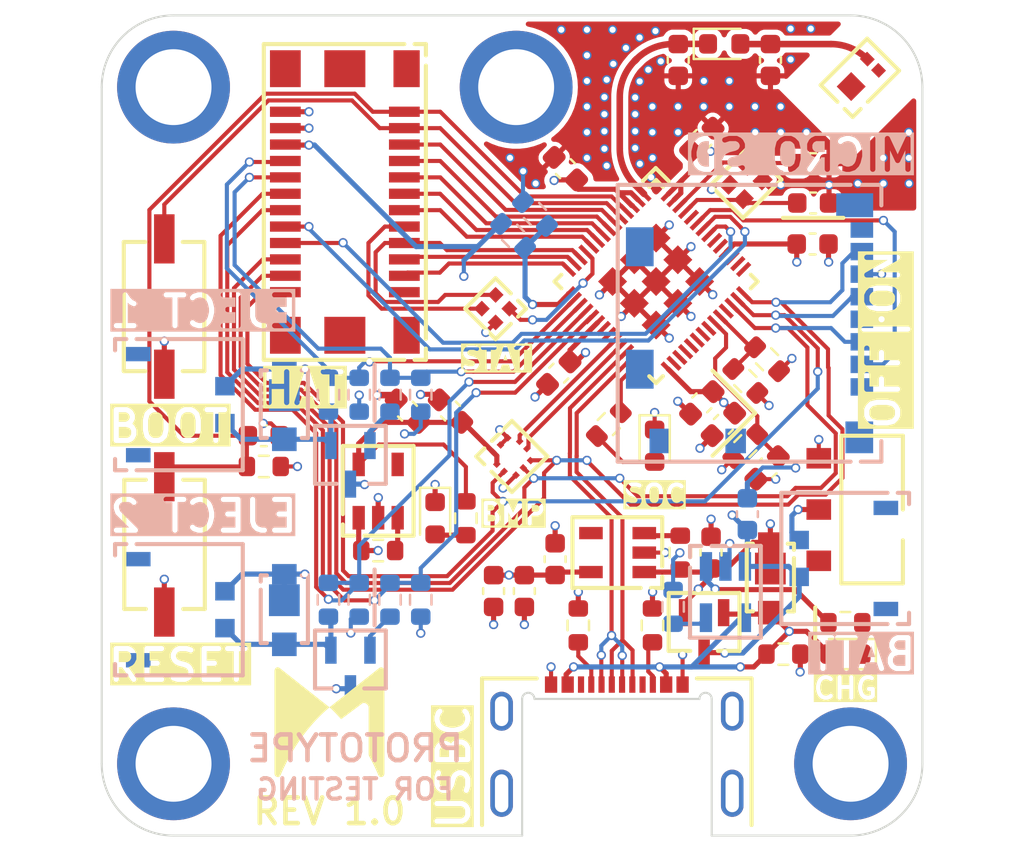
<source format=kicad_pcb>
(kicad_pcb (version 20240108) (generator "pcbnew") (generator_version "8.0")
  (layers (0 "F.Cu" signal) (1 "In1.Cu" signal) (2 "In2.Cu" signal) (31 "B.Cu" signal) (34 "B.Paste" user) (35 "F.Paste" user) (36 "B.SilkS" user "B.Silkscreen") (37 "F.SilkS" user "F.Silkscreen") (38 "B.Mask" user) (39 "F.Mask" user) (44 "Edge.Cuts" user))
  (net 0 "")
  (net 1 "LNA_IN")
  (net 2 "GND")
  (net 3 "VHI")
  (net 4 "+3.3V")
  (net 5 "+BATT")
  (net 6 "RESET")
  (net 7 "XTAL_N")
  (net 8 "XTAL_P")
  (net 9 "/VOUT")
  (net 10 "VBUS")
  (net 11 "Net-(CHG2-K)")
  (net 12 "Net-(D2-A)")
  (net 13 "Net-(D3-A)")
  (net 14 "Net-(D4-A)")
  (net 15 "Net-(D5-A)")
  (net 16 "Net-(IC1-PROG)")
  (net 17 "Net-(IC1-STAT)")
  (net 18 "Net-(IC2-EN)")
  (net 20 "Net-(IC3-EN)")
  (net 22 "SDA")
  (net 23 "SCL")
  (net 24 "SCK")
  (net 26 "MOSI")
  (net 27 "IO0")
  (net 28 "MISO")
  (net 32 "IO2")
  (net 33 "IO4")
  (net 34 "IO21")
  (net 35 "IO5")
  (net 36 "IO3")
  (net 37 "IO1")
  (net 38 "RX")
  (net 39 "TX")
  (net 40 "IO34")
  (net 41 "IO7")
  (net 42 "IO6")
  (net 44 "Net-(J9-CC2)")
  (net 46 "Net-(J9-CC1)")
  (net 47 "D+")
  (net 51 "D-")
  (net 53 "Net-(Q2-G)")
  (net 54 "Net-(Q3-G)")
  (net 55 "IO18")
  (net 56 "IO14")
  (net 57 "IO13")
  (net 58 "IO12")
  (net 59 "IO17")
  (net 60 "IO11")
  (net 61 "SPICLK_N")
  (net 62 "HD")
  (net 63 "IO46")
  (net 64 "WP")
  (net 65 "IO10")
  (net 66 "CS1")
  (net 67 "MTDI")
  (net 68 "CS0")
  (net 69 "IO45")
  (net 70 "XTAL_32K_P")
  (net 71 "IO38")
  (net 72 "SPICLK_P")
  (net 73 "XTAL_32K_N")
  (net 74 "MTDO")
  (net 75 "MTCK")
  (net 76 "MTMS")
  (net 77 "IO33")
  (net 78 "Net-(ANT1-Pad1)")
  (net 79 "MOSI_0")
  (net 80 "SCK_0")
  (net 81 "MISO_0")
  (net 84 "Net-(J3-Pin_1)")
  (net 85 "LED_OUT")
  (footprint "Through Hole:M1500-C-2545-B-2" (layer "F.Cu") (at 103.09 44.35)
    (property "Reference" "REF**" (hide yes))
    (property "Value" "M1500-C-2545-B-2")
  )
  (footprint "Resistor_SMD:R_0603_1608Metric" (layer "F.Cu") (at 119.135 70.47)
    (property "Reference" "R19" (hide yes))
    (property "Value" "5.1K")
  )
  (footprint "Capacitor_SMD:C_0603_1608Metric" (layer "F.Cu") (at 97.791992 60.151992 135)
    (property "Reference" "C17" (hide yes))
    (property "Value" "10uF")
  )
  (footprint "Through Hole:M1500-C-2545-B-2" (layer "F.Cu") (at 86.39 77.35)
    (property "Reference" "REF**" (hide yes))
    (property "Value" "M1500-C-2545-B-2")
  )
  (footprint "2169900003:MOLEX_2169900003" (layer "F.Cu") (at 108.0015 78.7865)
    (property "Reference" "USBC")
    (property "Value" "2169900003")
  )
  (footprint "PTS636SK25FSMTRLFS:PTS636SK25FSMTRLFS" (layer "F.Cu") (at 85.94 55.05 -90)
    (property "Reference" "BOOT")
    (property "Value" "Switch" (hide yes))
  )
  (footprint "Resistor_SMD:R_0603_1608Metric" (layer "F.Cu") (at 111.09 67.05 -90)
    (property "Reference" "R2" (hide yes))
    (property "Value" "100K")
  )
  (footprint "Capacitor_SMD:C_0603_1608Metric" (layer "F.Cu") (at 90.79 61.35)
    (property "Reference" "C9" (hide yes))
    (property "Value" "1uF")
  )
  (footprint "Capacitor_SMD:C_0603_1608Metric" (layer "F.Cu") (at 117.54 52)
    (property "Reference" "C16" (hide yes))
    (property "Value" "1uF")
  )
  (footprint "Capacitor_SMD:C_0603_1608Metric" (layer "F.Cu") (at 105.166992 58.298008 -135)
    (property "Reference" "CAP" (hide yes))
    (property "Value" "0.1uF")
  )
  (footprint "Capacitor_SMD:C_0603_1608Metric" (layer "F.Cu") (at 104.99 67.37 90)
    (property "Reference" "C5" (hide yes))
    (property "Value" "10uF")
  )
  (footprint "DMP2045U:SOT-23_DIO" (layer "F.Cu") (at 112.2502 70.92 180)
    (property "Reference" "U3" (hide yes))
    (property "Value" "DMP2045U-7")
  )
  (footprint "Capacitor_SMD:C_0603_1608Metric" (layer "F.Cu") (at 101.99 68.925 -90)
    (property "Reference" "C3" (hide yes))
    (property "Value" "10uF")
  )
  (footprint "LED_SMD:LED_0603_1608Metric" (layer "F.Cu") (at 109.84 61.837501 -90)
    (property "Reference" "SOC" (hide yes))
    (property "Value" "RED")
  )
  (footprint "Capacitor_SMD:C_0603_1608Metric" (layer "F.Cu") (at 103.49 68.925 -90)
    (property "Reference" "C2" (hide yes))
    (property "Value" "10uF")
  )
  (footprint "AP2112K:SOT95P285X140-5N" (layer "F.Cu") (at 108.035 67.05 180)
    (property "Reference" "IC2" (hide yes))
    (property "Value" "AP2112K-3.3TRG1" (hide yes))
  )
  (footprint "Through Hole:M1500-C-2545-B-2" (layer "F.Cu") (at 86.39 44.35)
    (property "Reference" "REF**" (hide yes))
    (property "Value" "M1500-C-2545-B-2")
  )
  (footprint "Through Hole:M1500-C-2545-B-2" (layer "F.Cu") (at 119.39 77.35)
    (property "Reference" "REF**" (hide yes))
    (property "Value" "M1500-C-2545-B-2")
  )
  (footprint "Resistor_SMD:R_0603_1608Metric" (layer "F.Cu") (at 106.118 70.6 -90)
    (property "Reference" "R8" (hide yes))
    (property "Value" "5.1K")
  )
  (footprint "BMP390:10LGA_2X2X0p75_BOS" (layer "F.Cu") (at 102.8811 62.3589 45)
    (property "Reference" "390" (hide yes))
    (property "Value" "BMP390")
  )
  (footprint "Capacitor_SMD:C_0603_1608Metric" (layer "F.Cu") (at 115.32 62.92 45)
    (property "Reference" "C7" (hide yes))
    (property "Value" "1uF")
  )
  (footprint "1775013:17750132" (layer "F.Cu") (at 94.74 49.949999 90)
    (property "Reference" "HAT")
    (property "Value" "1775013-2" (hide yes))
  )
  (footprint "LIB_IN-PI15TAT5R5G5B:INPI15TAT5R5G5B" (layer "F.Cu") (at 102.086878 55.153122 135)
    (property "Reference" "STAT" (hide yes))
    (property "Value" "IN-PI15TAT5R5G5B" (hide yes))
  )
  (footprint "PTS636SK25FSMTRLFS:PTS636SK25FSMTRLFS" (layer "F.Cu") (at 85.94 66.65 90)
    (property "Reference" "RESET")
    (property "Value" "Switch" (hide yes))
  )
  (footprint "Resistor_SMD:R_0603_1608Metric" (layer "F.Cu") (at 109.735 70.6 90)
    (property "Reference" "R9" (hide yes))
    (property "Value" "5.1K")
  )
  (footprint "ESP32-S3:QFN40P700X700X90-57N" (layer "F.Cu") (at 109.909653 53.830347 -45)
    (property "Reference" "U5" (hide yes))
    (property "Value" "ESP32-S3FH4R2")
  )
  (footprint "Capacitor_SMD:C_0603_1608Metric" (layer "F.Cu") (at 110.99 43.025 90)
    (property "Reference" "C13" (hide yes))
    (property "Value" "1.8pF")
  )
  (footprint "Resistor_SMD:R_0603_1608Metric" (layer "F.Cu") (at 116.115 72)
    (property "Reference" "R1" (hide yes))
    (property "Value" "100K")
  )
  (footprint "Capacitor_SMD:C_0603_1608Metric" (layer "F.Cu") (at 117.565 48.081167 180)
    (property "Reference" "C12" (hide yes))
    (property "Value" "10pF")
  )
  (footprint "Resistor_SMD:R_0603_1608Metric" (layer "F.Cu") (at 96.365 66.95)
    (property "Reference" "R10" (hide yes))
    (property "Value" "100K")
  )
  (footprint "Capacitor_SMD:C_0603_1608Metric" (layer "F.Cu") (at 99.89 60.15 135)
    (property "Reference" "C18" (hide yes))
    (property "Value" "0.1uF")
  )
  (footprint "Capacitor_SMD:C_0603_1608Metric" (layer "F.Cu") (at 112.59 67.05 90)
    (property "Reference" "C1" (hide yes))
    (property "Value" "10uF")
  )
  (footprint "Capacitor_SMD:C_0603_1608Metric" (layer "F.Cu") (at 105.49 48.325 135)
    (property "Reference" "C6" (hide yes))
    (property "Value" "0.1uF")
  )
  (footprint "Resistor_SMD:R_0603_1608Metric" (layer "F.Cu") (at 100.64 65.375 -90)
    (property "Reference" "R11" (hide yes))
    (property "Value" "10K")
  )
  (footprint "Resistor_SMD:R_0603_1608Metric" (layer "F.Cu") (at 107.606637 60.783363 45)
    (property "Reference" "R5" (hide yes))
    (property "Value" "5.1K")
  )
  (footprint "Capacitor_SMD:C_0603_1608Metric" (layer "F.Cu") (at 117.565 50 180)
    (property "Reference" "C11" (hide yes))
    (property "Value" "10pF")
  )
  (footprint "Resistor_SMD:R_0603_1608Metric" (layer "F.Cu") (at 115.32 57.62 135)
    (property "Reference" "SEN" (hide yes))
    (property "Value" "2K")
  )
  (footprint "Resistor_SMD:R_0603_1608Metric" (layer "F.Cu") (at 114.26 61.86 45)
    (property "Reference" "R23" (hide yes))
    (property "Value" "442k")
  )
  (footprint "NN02-101:XCVR_NN02-101" (layer "F.Cu") (at 119.84368 43.89632 -135)
    (property "Reference" "ANT" (hide yes))
    (property "Value" "NN01-102")
  )
  (footprint "AP2112K:SOT95P285X140-5N" (layer "F.Cu") (at 96.365 64.05 90)
    (property "Reference" "IC3" (hide yes))
    (property "Value" "AP2112K-3.3TRG1" (hide yes))
  )
  (footprint "LED_SMD:LED_0603_1608Metric" (layer "F.Cu") (at 99.14 65.375 -90)
    (property "Reference" "BMP")
    (property "Value" "GREEN")
  )
  (footprint "LED_SMD:LED_0603_1608Metric" (layer "F.Cu") (at 119.1375 72 180)
    (property "Reference" "CHG")
    (property "Value" "ORANGE")
  )
  (footprint "Resistor_SMD:R_0603_1608Metric" (layer "F.Cu") (at 90.79 62.85 180)
    (property "Reference" "CAP" (hide yes))
    (property "Value" "10K")
  )
  (footprint "Resistor_SMD:R_0603_1608Metric" (layer "F.Cu") (at 114.26 58.68 -45)
    (property "Reference" "R21" (hide yes))
    (property "Value" "3.3K")
  )
  (footprint "PMEG4020EXE-QX:PMEG4010EXEX" (layer "F.Cu") (at 115.48 68.26525 -90)
    (property "Reference" "D1" (hide yes))
    (property "Value" "CDBC540-HF" (hide yes))
  )
  (footprint "Capacitor_SMD:C_0603_1608Metric" (layer "F.Cu") (at 115.485 43.025 90)
    (property "Reference" "C10" (hide yes))
    (property "Value" "1.2pF")
  )
  (footprint "ABM11-40.000MHz-B1U-T3:ABM11" (layer "F.Cu") (at 114.29 49 -135)
    (property "Reference" "XTAL" (hide yes))
    (property "Value" "830108208709" (hide yes))
  )
  (footprint "Capacitor_SMD:C_0603_1608Metric" (layer "F.Cu") (at 112.14 46.9 45)
    (property "Reference" "C15" (hide yes))
    (property "Value" "0.1uF")
  )
  (footprint "Diode_SMD:D_0603_1608Metric" (layer "F.Cu") (at 113.23 42.24)
    (property "Reference" "L1" (hide yes))
    (property "Value" "2.4nH")
  )
  (footprint "Capacitor_SMD:C_0603_1608Metric" (layer "F.Cu") (at 112.14 59.748008 -135)
    (property "Reference" "C8" (hide yes))
    (property "Value" "1uF")
  )
  (footprint "Capacitor_SMD:C_0603_1608Metric" (layer "F.Cu") (at 113.191992 60.798008 -135)
    (property "Reference" "CAP" (hide yes))
    (property "Value" "0.1uF")
  )
  (footprint "LIB_AYZ0102AURLC:AYZ0102AURLC" (layer "F.Cu") (at 120.39 64.95 90)
    (property "Reference" "OFF|ON")
    (property "Value" "ON/OFF" (hide yes))
  )
  (footprint "Resistor_SMD:R_0603_1608Metric" (layer "B.Cu") (at 104.006637 50.533274 -45)
    (property "Reference" "R4" (hide yes))
    (property "Value" "160K")
  )
  (footprint "2082940020:2082940020" (layer "B.Cu") (at 119.34 67.335 -90)
    (property "Reference" "BATT")
    (property "Value" "EZ" (hide yes))
  )
  (footprint "Resistor_SMD:R_0603_1608Metric" (layer "B.Cu") (at 110.74 69.695 90)
    (property "Reference" "R20" (hide yes))
    (property "Value" "5.1K")
  )
  (footprint "Resistor_SMD:R_0603_1608Metric" (layer "B.Cu") (at 96.94 69.35 90)
    (property "Reference" "R16" (hide yes))
    (property "Value" "100")
  )
  (footprint "2082940020:2082940020" (layer "B.Cu") (at 86.44 59.835 90)
    (property "Reference" "EJECT 1")
    (property "Value" "EZ" (hide yes))
  )
  (footprint "Resistor_SMD:R_0603_1608Metric" (layer "B.Cu") (at 93.94 69.35 -90)
    (property "Reference" "R15" (hide yes))
    (property "Value" "1K")
  )
  (footprint "DMP2045U:SOT-23_DIO" (layer "B.Cu") (at 95.0115 72.75)
    (property "Reference" "Q3" (hide yes))
    (property "Value" "DMN3042L-7")
  )
  (footprint "MCP73831T-2ACI_OT:SOT95P270X145-5N" (layer "B.Cu") (at 113.29 68.975 -90)
    (property "Reference" "IC1" (hide yes))
    (property "Value" "MCP73831T-2ACI_OT" (hide yes))
  )
  (footprint "PMEG4020EXE-QX:PMEG4010EXEX" (layer "B.Cu") (at 91.79 69.81025 -90)
    (property "Reference" "D5" (hide yes))
    (property "Value" "CDBC540-HF" (hide yes))
  )
  (footprint "Resistor_SMD:R_0603_1608Metric" (layer "B.Cu") (at 98.44 69.35 -90)
    (property "Reference" "R7" (hide yes))
    (property "Value" "10K")
  )
  (footprint "Resistor_SMD:R_0603_1608Metric" (layer "B.Cu") (at 93.94 59.35 -90)
    (property "Reference" "R13" (hide yes))
    (property "Value" "1K")
  )
  (footprint "Resistor_SMD:R_0603_1608Metric" (layer "B.Cu") (at 102.94 51.6 135)
    (property "Reference" "R3" (hide yes))
    (property "Value" "442K")
  )
  (footprint "Resistor_SMD:R_0603_1608Metric" (layer "B.Cu") (at 95.44 59.35 -90)
    (property "Reference" "R14" (hide yes))
    (property "Value" "10K")
  )
  (footprint "Resistor_SMD:R_0603_1608Metric" (layer "B.Cu") (at 98.44 59.35 -90)
    (property "Reference" "R18" (hide yes))
    (property "Value" "10K")
  )
  (footprint "PMEG4020EXE-QX:PMEG4010EXEX" (layer "B.Cu") (at 91.79 59.81025 -90)
    (property "Reference" "D4" (hide yes))
    (property "Value" "CDBC540-HF" (hide yes))
  )
  (footprint "microSD_HC_Molex_104031-0811:microSD_HC_Molex_104031-0811" (layer "B.Cu") (at 114.49 55.865 90)
    (property "Reference" "MICRO SD")
    (property "Value" "Micro_SD_Card_Det1")
  )
  (footprint "Capacitor_SMD:C_0603_1608Metric" (layer "B.Cu") (at 114.36 65.175 90)
    (property "Reference" "C19" (hide yes))
    (property "Value" "10uF")
  )
  (footprint "Resistor_SMD:R_0603_1608Metric" (layer "B.Cu") (at 96.94 59.35 90)
    (property "Reference" "R17" (hide yes))
    (property "Value" "100")
  )
  (footprint "2082940020:2082940020" (layer "B.Cu") (at 86.44 69.835 90)
    (property "Reference" "EJECT 2")
    (property "Value" "EZ" (hide yes))
  )
  (footprint "DMP2045U:SOT-23_DIO" (layer "B.Cu") (at 95.0115 62.7696)
    (property "Reference" "Q2" (hide yes))
    (property "Value" "DMN3042L-7")
  )
  (footprint "Resistor_SMD:R_0603_1608Metric" (layer "B.Cu") (at 95.44 69.35 -90)
    (property "Reference" "R12" (hide yes))
    (property "Value" "10K")
  )
  (gr_line (start 96.19 67.875) (end 96.19 70.6) (stroke (width 0.2)) (layer "B.SilkS"))
  (gr_line (start 96.19 57.875) (end 96.19 60.625) (stroke (width 0.2)) (layer "B.SilkS"))
  (gr_poly (pts (xy 96.526538 72.642619) (xy 96.53679 72.644198) (xy 96.546899 72.646549) (xy 96.556833 72.64965) (xy 96.566559 72.653482) (xy 96.576045 72.658025) (xy 96.585257 72.663259) (xy 96.594164 72.669164) (xy 96.602732 72.67572) (xy 96.61093 72.682906) (xy 96.618724 72.690703) (xy 96.626082 72.69909) (xy 96.632971 72.708048) (xy 96.639358 72.717557) (xy 96.645212 72.727596) (xy 96.650499 72.738146) (xy 96.655187 72.749186) (xy 96.659243 72.760696) (xy 96.662635 72.772657) (xy 96.66533 72.785048) (xy 96.667295 72.79785) (xy 96.668498 72.811042) (xy 96.668906 72.824604) (xy 96.668906 77.816775) (xy 96.668258 77.834526) (xy 96.66636 77.851479) (xy 96.663282 77.867614) (xy 96.659091 77.882914) (xy 96.653858 77.89736) (xy 96.647651 77.910934) (xy 96.640539 77.923616) (xy 96.632591 77.935389) (xy 96.623877 77.946233) (xy 96.614464 77.956131) (xy 96.604423 77.965064) (xy 96.593823 77.973013) (xy 96.582731 77.97996) (xy 96.571218 77.985887) (xy 96.559352 77.990774) (xy 96.547202 77.994603) (xy 96.534838 77.997356) (xy 96.522328 77.999014) (xy 96.509741 77.999559) (xy 96.497146 77.998972) (xy 96.484613 77.997235) (xy 96.472211 77.994329) (xy 96.460007 77.990235) (xy 96.448072 77.984936) (xy 96.436475 77.978412) (xy 96.425284 77.970645) (xy 96.414568 77.961616) (xy 96.404397 77.951308) (xy 96.394839 77.939701) (xy 96.385963 77.926777) (xy 96.377839 77.912518) (xy 96.370536 77.896905) (xy 96.323775 77.787846) (xy 96.274579 77.676937) (xy 96.222882 77.564298) (xy 96.16862 77.450048) (xy 96.11173 77.334309) (xy 96.052147 77.217199) (xy 95.989808 77.09884) (xy 95.924646 76.97935) (xy 95.921679 76.97379) (xy 95.918894 76.968123) (xy 95.916293 76.962353) (xy 95.913877 76.956488) (xy 95.911647 76.950532) (xy 95.909605 76.944493) (xy 95.907751 76.938375) (xy 95.906088 76.932186) (xy 95.904615 76.925931) (xy 95.903335 76.919617) (xy 95.902249 76.91325) (xy 95.901357 76.906835) (xy 95.900661 76.900379) (xy 95.900163 76.893888) (xy 95.899863 76.887368) (xy 95.899763 76.880825) (xy 95.899763 74.608756) (xy 95.899174 74.595047) (xy 95.897446 74.581426) (xy 95.894634 74.567933) (xy 95.890793 74.554607) (xy 95.885979 74.541485) (xy 95.880247 74.528607) (xy 95.873654 74.516012) (xy 95.866255 74.503739) (xy 95.858105 74.491826) (xy 95.84926 74.480312) (xy 95.839776 74.469236) (xy 95.829708 74.458637) (xy 95.819112 74.448553) (xy 95.808043 74.439024) (xy 95.796558 74.430087) (xy 95.784711 74.421783) (xy 95.772558 74.41415) (xy 95.760156 74.407226) (xy 95.747558 74.40105) (xy 95.734822 74.395662) (xy 95.722002 74.3911) (xy 95.709155 74.387402) (xy 95.696336 74.384608) (xy 95.6836 74.382757) (xy 95.671003 74.381886) (xy 95.658601 74.382036) (xy 95.646449 74.383245) (xy 95.634603 74.385551) (xy 95.623119 74.388994) (xy 95.612052 74.393611) (xy 95.601457 74.399443) (xy 95.591391 74.406528) (xy 94.5615 75.174481) (xy 94.397638 74.99792) (xy 94.326505 74.921516) (xy 94.25961 74.850921) (xy 94.194732 74.784554) (xy 94.129652 74.720833) (xy 94.062148 74.658177) (xy 93.99 74.595004) (xy 96.42334 72.673633) (xy 96.433226 72.666401) (xy 96.443295 72.66014) (xy 96.453515 72.654831) (xy 96.463854 72.650453) (xy 96.474277 72.646986) (xy 96.484754 72.64441) (xy 96.495251 72.642706) (xy 96.505736 72.641852) (xy 96.516175 72.64183)) (stroke (width -0.000001)) (fill solid) (layer "F.SilkS"))
  (gr_line (start 117.665 69.725) (end 117.665 72.675) (stroke (width 0.2)) (layer "F.SilkS"))
  (gr_line (start 112.665 62.325) (end 114.74 60.25) (stroke (width 0.2)) (layer "F.SilkS"))
  (gr_line (start 116.09 50.725) (end 119.04 50.725) (stroke (width 0.2)) (layer "F.SilkS"))
  (gr_line (start 112.665 58.175) (end 114.74 60.25) (stroke (width 0.2)) (layer "F.SilkS"))
  (gr_poly (pts (xy 91.474465 72.641839) (xy 91.484963 72.642696) (xy 91.495472 72.644405) (xy 91.505961 72.646987) (xy 91.516397 72.650462) (xy 91.526748 72.654849) (xy 91.53698 72.66017) (xy 91.547061 72.666445) (xy 91.556958 72.673692) (xy 93.99 74.595182) (xy 93.811415 74.751733) (xy 93.620584 74.929782) (xy 93.521293 75.027098) (xy 93.419802 75.130063) (xy 93.316398 75.238768) (xy 93.211369 75.353305) (xy 93.105 75.473766) (xy 92.99758 75.600242) (xy 92.889395 75.732825) (xy 92.780733 75.871606) (xy 92.671882 76.016676) (xy 92.563127 76.168127) (xy 92.454756 76.326051) (xy 92.347057 76.490538) (xy 92.23238 76.674745) (xy 92.124574 76.857361) (xy 92.02342 77.037978) (xy 91.928701 77.216187) (xy 91.840199 77.39158) (xy 91.757697 77.56375) (xy 91.680977 77.732287) (xy 91.609822 77.896785) (xy 91.602507 77.91242) (xy 91.594371 77.926699) (xy 91.585482 77.93964) (xy 91.575911 77.951262) (xy 91.565726 77.961583) (xy 91.554997 77.970623) (xy 91.543791 77.978399) (xy 91.532179 77.984931) (xy 91.520229 77.990236) (xy 91.508011 77.994333) (xy 91.495594 77.997241) (xy 91.483046 77.998979) (xy 91.470436 77.999565) (xy 91.457835 77.999017) (xy 91.445311 77.997354) (xy 91.432932 77.994595) (xy 91.420769 77.990758) (xy 91.408889 77.985862) (xy 91.397363 77.979925) (xy 91.386259 77.972965) (xy 91.375647 77.965003) (xy 91.365595 77.956055) (xy 91.356172 77.94614) (xy 91.347448 77.935278) (xy 91.339492 77.923486) (xy 91.332372 77.910783) (xy 91.326158 77.897188) (xy 91.320919 77.882719) (xy 91.316724 77.867395) (xy 91.313642 77.851235) (xy 91.311743 77.834256) (xy 91.311094 77.816477) (xy 91.311094 72.824842) (xy 91.311503 72.811263) (xy 91.312707 72.798055) (xy 91.314675 72.785237) (xy 91.317373 72.772829) (xy 91.320769 72.760852) (xy 91.324831 72.749326) (xy 91.329524 72.73827) (xy 91.334818 72.727706) (xy 91.340679 72.717652) (xy 91.347075 72.70813) (xy 91.353972 72.699159) (xy 91.361339 72.690759) (xy 91.369143 72.68295) (xy 91.37735 72.675753) (xy 91.385929 72.669188) (xy 91.394847 72.663274) (xy 91.404071 72.658033) (xy 91.413568 72.653483) (xy 91.423306 72.649645) (xy 91.433252 72.646539) (xy 91.443374 72.644186) (xy 91.453638 72.642604) (xy 91.464013 72.641816)) (stroke (width -0.000001)) (fill solid) (layer "F.SilkS"))
  (gr_line (start 112.0215 74.1865) (end 103.981502 74.1865) (stroke (width 0.1)) (layer "Edge.Cuts"))
  (gr_arc (start 122.89 77.350001) (mid 121.864874 79.824874) (end 119.390001 80.85) (stroke (width 0.1)) (layer "Edge.Cuts"))
  (gr_line (start 112.6215 80.85) (end 119.390001 80.85) (stroke (width 0.1)) (layer "Edge.Cuts"))
  (gr_line (start 82.89 44.35) (end 82.89 77.35) (stroke (width 0.1)) (layer "Edge.Cuts"))
  (gr_line (start 86.39 80.85) (end 103.27 80.85) (stroke (width 0.1)) (layer "Edge.Cuts"))
  (gr_arc (start 86.39 80.85) (mid 83.915126 79.824874) (end 82.89 77.35) (stroke (width 0.1)) (layer "Edge.Cuts"))
  (gr_arc (start 119.390001 40.85) (mid 121.864874 41.875127) (end 122.89 44.35) (stroke (width 0.1)) (layer "Edge.Cuts"))
  (gr_line (start 103.3815 80.85) (end 103.27 80.85) (stroke (width 0.1)) (layer "Edge.Cuts"))
  (gr_line (start 119.390001 40.85) (end 86.39 40.85) (stroke (width 0.1)) (layer "Edge.Cuts"))
  (gr_line (start 103.3815 74.1865) (end 103.3815 80.85) (stroke (width 0.1)) (layer "Edge.Cuts"))
  (gr_arc (start 82.89 44.35) (mid 83.915126 41.875126) (end 86.39 40.85) (stroke (width 0.1)) (layer "Edge.Cuts"))
  (gr_line (start 122.89 77.350001) (end 122.89 44.35) (stroke (width 0.1)) (layer "Edge.Cuts"))
  (gr_arc (start 103.3815 74.1865) (mid 103.681501 73.886499) (end 103.981502 74.1865) (stroke (width 0.1)) (layer "Edge.Cuts"))
  (gr_arc (start 112.0215 74.1865) (mid 112.3215 73.8865) (end 112.6215 74.1865) (stroke (width 0.1)) (layer "Edge.Cuts"))
  (gr_line (start 112.6215 74.1865) (end 112.6215 80.85) (stroke (width 0.1)) (layer "Edge.Cuts"))
  (gr_text "FOR TESTING\n" (at 95.24 78.6 0) (layer "B.SilkS") (effects (font (size 1 1) (thickness 0.2) (bold yes)) (justify mirror)))
  (gr_text "PROTOTYPE" (at 95.24 76.6 0) (layer "B.SilkS") (effects (font (size 1.25 1.25) (thickness 0.225) (bold yes)) (justify mirror)))
  (gr_text "SOC" (at 109.84 64.275 0) (layer "F.SilkS" knockout) (effects (font (size 1 1) (thickness 0.2) (bold yes))))
  (gr_text "REV 1.0" (at 93.99 79.673875 0) (layer "F.SilkS") (effects (font (size 1.25 1.25) (thickness 0.225) (bold yes))))
  (gr_text "STAT" (at 102.086878 57.61 0) (layer "F.SilkS" knockout) (effects (font (size 1 1) (thickness 0.2) (bold yes))))
  (segment (start 111 42.24) (end 110.99 42.25) (width 0.34) (layer "F.Cu") (net 1))
  (segment (start 112.4425 42.24) (end 111 42.24) (width 0.32) (layer "F.Cu") (net 1))
  (segment (start 108.957767 42.982233) (end 108.872233 43.067767) (width 0.34) (layer "F.Cu") (net 1))
  (segment (start 108.14 44.835534) (end 108.14 47.338304) (width 0.32) (layer "F.Cu") (net 1))
  (segment (start 108.872233 49.106071) (end 109.32417 49.558008) (width 0.32) (layer "F.Cu") (net 1))
  (segment (start 110.99 42.25) (end 110.725534 42.25) (width 0.34) (layer "F.Cu") (net 1))
  (arc (start 108.872233 49.106071) (mid 108.330301 48.295013) (end 108.14 47.338304) (width 0.32) (layer "F.Cu") (net 1))
  (arc (start 108.957767 42.982233) (mid 109.768825 42.440301) (end 110.725534 42.25) (width 0.32) (layer "F.Cu") (net 1))
  (arc (start 108.872233 43.067767) (mid 108.330301 43.878825) (end 108.14 44.835534) (width 0.32) (layer "F.Cu") (net 1))
  (segment (start 113.676637 62.443363) (end 113.11 63.01) (width 0.2) (layer "F.Cu") (net 2))
  (segment (start 113.476827 49.106066) (end 112.853934 49.106066) (width 0.2) (layer "F.Cu") (net 2))
  (segment (start 91.14 60.75) (end 90.765 60.75) (width 0.2) (layer "F.Cu") (net 2))
  (segment (start 97.01 59.37) (end 97.243984 59.603984) (width 0.32) (layer "F.Cu") (net 2))
  (segment (start 110.970313 54.891007) (end 110.971007 54.891007) (width 0.2) (layer "F.Cu") (net 2))
  (segment (start 109.910973 51.709027) (end 110.55 51.07) (width 0.25) (layer "F.Cu") (net 2))
  (segment (start 109.909653 55.951667) (end 112.030973 53.830347) (width 0.25) (layer "F.Cu") (net 2))
  (segment (start 109.335 67.05) (end 110.35 67.05) (width 0.2) (layer "F.Cu") (net 2))
  (segment (start 109.909653 51.709027) (end 109.910973 51.709027) (width 0.2) (layer "F.Cu") (net 2))
  (segment (start 96.365 64.375) (end 96.37 64.37) (width 0.25) (layer "F.Cu") (net 2))
  (segment (start 110.971007 54.891007) (end 111.61 55.53) (width 0.25) (layer "F.Cu") (net 2))
  (segment (start 108.848993 52.769687) (end 110.970313 54.891007) (width 0.25) (layer "F.Cu") (net 2))
  (segment (start 104.618984 58.846016) (end 104.603984 58.846016) (width 0.25) (layer "F.Cu") (net 2))
  (segment (start 102.086878 55.833122) (end 101.61 56.31) (width 0.2) (layer "F.Cu") (net 2))
  (segment (start 116.94 72.75) (end 116.94 72.86) (width 0.25) (layer "F.Cu") (net 2))
  (segment (start 99.341992 59.601992) (end 99.07 59.33) (width 0.2) (layer "F.Cu") (net 2))
  (segment (start 106.118 69.775) (end 106.118 68.972) (width 0.25) (layer "F.Cu") (net 2))
  (segment (start 102.677877 61.448571) (end 102.324324 61.802124) (width 0.2) (layer "F.Cu") (net 2))
  (segment (start 99.14 64.5875) (end 99.14 63.73) (width 0.25) (layer "F.Cu") (net 2))
  (segment (start 110.970313 52.769687) (end 111.61 52.13) (width 0.25) (layer "F.Cu") (net 2))
  (segment (start 104.99 66.595) (end 104.99 65.74) (width 0.25) (layer "F.Cu") (net 2))
  (segment (start 114.771992 63.468008) (end 115.738008 63.468008) (width 0.2) (layer "F.Cu") (net 2))
  (segment (start 101.99 69.7) (end 101.99 70.56) (width 0.25) (layer "F.Cu") (net 2))
  (segment (start 116.94 72.86) (end 116.93 72.87) (width 0.32) (layer "F.Cu") (net 2))
  (segment (start 112.59 66.275) (end 112.59 65.42) (width 0.25) (layer "F.Cu") (net 2))
  (segment (start 102.677877 61.448571) (end 102.677877 61.447877) (width 0.2) (layer "F.Cu") (net 2))
  (segment (start 112.643984 61.366016) (end 112.05 61.96) (width 0.25) (layer "F.Cu") (net 2))
  (segment (start 103.49 69.7) (end 103.49 70.56) (width 0.25) (layer "F.Cu") (net 2))
  (segment (start 109.911667 55.951667) (end 110.55 56.59) (width 0.25) (layer "F.Cu") (net 2))
  (segment (start 112.853934 49.106066) (end 112.62 49.34) (width 0.2) (layer "F.Cu") (net 2))
  (segment (start 91.565 61.175) (end 91.14 60.75) (width 0.2) (layer "F.Cu") (net 2))
  (segment (start 104.7915 73.4865) (end 104.7915 72.6265) (width 0.2) (layer "F.Cu") (net 2))
  (segment (start 104.99 66.275) (end 104.94 66.275) (width 0.2) (layer "F.Cu") (net 2))
  (segment (start 118.315 52.875) (end 118.32 52.88) (width 0.25) (layer "F.Cu") (net 2))
  (segment (start 109.84 61.05) (end 109.84 60.22) (width 0.2) (layer "F.Cu") (net 2))
  (segment (start 109.909653 55.951667) (end 109.911667 55.951667) (width 0.2) (layer "F.Cu") (net 2))
  (segment (start 102.324324 61.802124) (end 102.324324 61.804324) (width 0.2) (layer "F.Cu") (net 2))
  (segment (start 106.118 68.972) (end 106.12 68.97) (width 0.25) (layer "F.Cu") (net 2))
  (segment (start 111.591992 60.296016) (end 111.591992 60.291992) (width 0.25) (layer "F.Cu") (net 2))
  (segment (start 110.970313 52.769687) (end 108.848993 54.891007) (width 0.25) (layer "F.Cu") (net 2))
  (segment (start 111.2015 72.0315) (end 111.2015 73.4865) (width 0.2) (layer "F.Cu") (net 2))
  (segment (start 98.44 59.33) (end 98.43 59.34) (width 0.2) (layer "F.Cu") (net 2))
  (segment (start 97.243984 59.603984) (end 96.98 59.34) (width 0.2) (layer "F.Cu") (net 2))
  (segment (start 112.691992 46.351992) (end 112.688008 46.351992) (width 0.25) (layer "F.Cu") (net 2))
  (segment (start 112.030973 53.830347) (end 109.909653 51.709027) (width 0.25) (layer "F.Cu") (net 2))
  (segment (start 104.79 72.625) (end 104.79 72.69) (width 0.2) (layer "F.Cu") (net 2))
  (segment (start 111.591992 60.291992) (end 110.97 59.67) (width 0.25) (layer "F.Cu") (net 2))
  (segment (start 115.906637 58.203363) (end 116.53 57.58) (width 0.2) (layer "F.Cu") (net 2))
  (segment (start 115.903363 58.203363) (end 115.906637 58.203363) (width 0.2) (layer "F.Cu") (net 2))
  (segment (start 103.080771 63.269229) (end 102.45 63.9) (width 0.2) (layer "F.Cu") (net 2))
  (segment (start 109.735 68.975) (end 109.74 68.97) (width 0.25) (layer "F.Cu") (net 2))
  (segment (start 91.84 45.55) (end 93 45.55) (width 0.25) (layer "F.Cu") (net 2))
  (segment (start 103.084323 63.269229) (end 103.080771 63.269229) (width 0.2) (layer "F.Cu") (net 2))
  (segment (start 115.738008 63.468008) (end 115.74 63.47) (width 0.2) (layer "F.Cu") (net 2))
  (segment (start 104.618984 58.851016) (end 104.01 59.46) (width 0.25) (layer "F.Cu") (net 2))
  (segment (start 104.618984 58.846016) (end 104.618984 58.851016) (width 0.25) (layer "F.Cu") (net 2))
  (segment (start 96.31 59.37) (end 97.01 59.37) (width 0.32) (layer "F.Cu") (net 2))
  (segment (start 112.030973 53.830347) (end 112.030973 53.830973) (width 0.2) (layer "F.Cu") (net 2))
  (segment (start 107.788333 53.830347) (end 109.909653 55.951667) (width 0.25) (layer "F.Cu") (net 2))
  (segment (start 117.84 62.45) (end 117.84 61.54) (width 0.2) (layer "F.Cu") (net 2))
  (segment (start 118.315 52) (end 118.315 52.875) (width 0.25) (layer "F.Cu") (net 2))
  (segment (start 112.030973 53.830973) (end 112.67 54.47) (width 0.25) (layer "F.Cu") (net 2))
  (segment (start 104.7915 72.6265) (end 104.79 72.625) (width 0.2) (layer "F.Cu") (net 2))
  (segment (start 108.319687 52.769687) (end 108.848993 52.769687) (width 0.2) (layer "F.Cu") (net 2))
  (segment (start 107.788333 53.841667) (end 107.15 54.48) (width 0.25) (layer "F.Cu") (net 2))
  (segment (start 115.856726 58.266726) (end 115.856726 58.263274) (width 0.25) (layer "F.Cu") (net 2))
  (segment (start 112.643984 61.346016) (end 112.643984 61.366016) (width 0.25) (layer "F.Cu") (net 2))
  (segment (start 104.94 66.275) (end 104.915 66.3) (width 0.2) (layer "F.Cu") (net 2))
  (segment (start 96.365 65.35) (end 96.365 64.375) (width 0.25) (layer "F.Cu") (net 2))
  (segment (start 116.94 72) (end 116.94 72.75) (width 0.25) (layer "F.Cu") (net 2))
  (segment (start 91.565 61.35) (end 91.565 61.175) (width 0.2) (layer "F.Cu") (net 2))
  (segment (start 85.94 68.35) (end 85.94 69.95) (width 0.25) (layer "F.Cu") (net 2))
  (segment (start 109.735 69.775) (end 109.735 68.975) (width 0.25) (layer "F.Cu") (net 2))
  (segment (start 85.94 56.74) (end 85.94 58.35) (width 0.25) (layer "F.Cu") (net 2))
  (segment (start 99.07 59.33) (end 98.44 59.33) (width 0.25) (layer "F.Cu") (net 2))
  (segment (start 108.848993 54.891007) (end 108.21 55.53) (width 0.25) (layer "F.Cu") (net 2))
  (segment (start 102.086878 55.824873) (end 102.086878 55.833122) (width 0.2) (layer "F.Cu") (net 2))
  (segment (start 107.788333 53.830347) (end 107.788333 53.841667) (width 0.2) (layer "F.Cu") (net 2))
  (segment (start 118.34 50) (end 118.34 49.12) (width 0.2) (layer "F.Cu") (net 2))
  (segment (start 102.677877 61.447877) (end 102.29 61.06) (width 0.2) (layer "F.Cu") (net 2))
  (segment (start 109.909653 51.709027) (end 107.788333 53.830347) (width 0.25) (layer "F.Cu") (net 2))
  (via (at 98.44 70.98) (size 0.45) (drill 0.3) (layers "F.Cu" "B.Cu") (net 2))
  (via (at 104.79 72.625) (size 0.45) (drill 0.3) (layers "F.Cu" "B.Cu") (net 2))
  (via (at 107.502997 48.185208) (size 0.45) (drill 0.3) (layers "F.Cu" "B.Cu") (net 2))
  (via (at 114.73 45.3) (size 0.45) (drill 0.3) (layers "F.Cu" "B.Cu") (net 2))
  (via (at 109.73 46.55) (size 0.45) (drill 0.3) (layers "F.Cu" "B.Cu") (net 2))
  (via (at 96.31 59.37) (size 0.45) (drill 0.3) (layers "F.Cu" "B.Cu") (net 2))
  (via (at 115.99 49.12) (size 0.45) (drill 0.3) (layers "F.Cu" "B.Cu") (net 2))
  (via (at 112.23 45.3) (size 0.45) (drill 0.3) (layers "F.Cu" "B.Cu") (net 2))
  (via (at 108.89 46.504047) (size 0.45) (drill 0.3) (layers "F.Cu" "B.Cu") (net 2))
  (via (at 107.789999 41.55) (size 0.45) (drill 0.3) (layers "F.Cu" "B.Cu") (net 2))
  (via (at 95.03 70.97) (size 0.45) (drill 0.3) (layers "F.Cu" "B.Cu") (net 2))
  (via (at 107.502999 43.988625) (size 0.45) (drill 0.3) (layers "F.Cu" "B.Cu") (net 2))
  (via (at 111.61 55.53) (size 0.45) (drill 0.3) (layers "F.Cu" "B.Cu") (net 2))
  (via (at 118.32 52.88) (size 0.45) (drill 0.3) (layers "F.Cu" "B.Cu") (net 2))
  (via (at 105.290001 41.55) (size 0.45) (drill 0.3) (layers "F.Cu" "B.Cu") (net 2))
  (via (at 116.468206 41.5) (size 0.45) (drill 0.3) (layers "F.Cu" "B.Cu") (net 2))
  (via (at 110.98 45.3) (size 0.45) (drill 0.3) (layers "F.Cu" "B.Cu") (net 2))
  (via (at 98.43 59.34) (size 0.45) (drill 0.3) (layers "F.Cu" "B.Cu") (net 2))
  (via (at 113.11 63.01) (size 0.45) (drill 0.3) (layers "F.Cu" "B.Cu") (net 2))
  (via (at 108.21 55.53) (size 0.45) (drill 0.3) (layers "F.Cu" "B.Cu") (net 2))
  (via (at 102.790001 47.8) (size 0.45) (drill 0.3) (layers "F.Cu" "B.Cu") (net 2))
  (via (at 122.23 47.8) (size 0.45) (drill 0.3) (layers "F.Cu" "B.Cu") (net 2))
  (via (at 113.48 45.3) (size 0.45) (drill 0.3) (layers "F.Cu" "B.Cu") (net 2))
  (via (at 101.99 70.56) (size 0.45) (drill 0.3) (layers "F.Cu" "B.Cu") (net 2))
  (via (at 96.37 64.37) (size 0.45) (drill 0.3) (layers "F.Cu" "B.Cu") (net 2))
  (via (at 85.94 56.74) (size 0.45) (drill 0.3) (layers "F.Cu" "B.Cu") (net 2))
  (via (at 109.53 43.5) (size 0.45) (drill 0.3) (layers "F.Cu" "B.Cu") (net 2))
  (via (at 120.99 49.05) (size 0.45) (drill 0.3) (layers "F.Cu" "B.Cu") (net 2))
  (via (at 107.39 44.835534) (size 0.45) (drill 0.3) (layers "F.Cu" "B.Cu") (net 2))
  (via (at 117.84 61.54) (size 0.45) (drill 0.3) (layers "F.Cu" "B.Cu") (net 2))
  (via (at 116.93 72.87) (size 0.45) (drill 0.3) (layers "F.Cu" "B.Cu") (net 2))
  (via (at 92.99 45.55) (size 0.45) (drill 0.3) (layers "F.Cu" "B.Cu") (net 2))
  (via (at 116.71 62.92) (size 0.45) (drill 0.3) (layers "F.Cu" "B.Cu") (net 2))
  (via (at 102.29 61.06) (size 0.45) (drill 0.3) (layers "F.Cu" "B.Cu") (net 2))
  (via (at 117.451412 41.5) (size 0.45) (drill 0.3) (layers "F.Cu" "B.Cu") (net 2))
  (via (at 104.99 65.74) (size 0.45) (drill 0.3) (layers "F.Cu" "B.Cu") (net 2))
  (via (at 116.468206 43) (size 0.45) (drill 0.3) (layers "F.Cu" "B.Cu") (net 2))
  (via (at 117.24 46.55) (size 0.45) (drill 0.3) (layers "F.Cu" "B.Cu") (net 2))
  (via (at 119.74 49.05) (size 0.45) (drill 0.3) (layers "F.Cu" "B.Cu") (net 2))
  (via (at 110.55 56.59) (size 0.45) (drill 0.3) (layers "F.Cu" "B.Cu") (net 2))
  (via (at 115.98 45.3) (size 0.45) (drill 0.3) (layers "F.Cu" "B.Cu") (net 2))
  (via (at 112.62 49.34) (size 0.45) (drill 0.3) (layers "F.Cu" "B.Cu") (net 2))
  (via (at 109.11 44.07) (size 0.45) (drill 0.3) (layers "F.Cu" "B.Cu") (net 2))
  (via (at 108.889774 47.3199) (size 0.45) (drill 0.3) (layers "F.Cu" "B.Cu") (net 2))
  (via (at 95.44 59.37) (size 0.45) (drill 0.3) (layers "F.Cu" "B.Cu") (net 2))
  (via (at 109.878625 41.612999) (size 0.45) (drill 0.3) (layers "F.Cu" "B.Cu") (net 2))
  (via (at 106.54 44.050001) (size 0.45) (drill 0.3) (layers "F.Cu" "B.Cu") (net 2))
  (via (at 111.2015 72.0315) (size 0.45) (drill 0.3) (layers "F.Cu" "B.Cu") (net 2))
  (via (at 90.765 60.75) (size 0.45) (drill 0.3) (layers "F.Cu" "B.Cu") (net 2))
  (via (at 110.55 51.07) (size 0.45) (drill 0.3) (layers "F.Cu" "B.Cu") (net 2))
  (via (at 109.74 47.8) (size 0.45) (drill 0.3) (layers "F.Cu" "B.Cu") (net 2))
  (via (at 106.54 46.550001) (size 0.45) (drill 0.3) (layers "F.Cu" "B.Cu") (net 2))
  (via (at 94.32 73.69) (size 0.45) (drill 0.3) (layers "F.Cu" "B.Cu") (net 2))
  (via (at 104.04 49.049999) (size 0.45) (drill 0.3) (layers "F.Cu" "B.Cu") (net 2))
  (via (at 99.14 63.73) (size 0.45) (drill 0.3) (layers "F.Cu" "B.Cu") (net 2))
  (via (at 109.73 45.3) (size 0.45) (drill 0.3) (layers "F.Cu" "B.Cu") (net 2))
  (via (at 108.889773 44.853944) (size 0.45) (drill 0.3) (layers "F.Cu" "B.Cu") (net 2))
  (via (at 112.24 44.05) (size 0.45) (drill 0.3) (layers "F.Cu" "B.Cu") (net 2))
  (via (at 109.12 48.09) (size 0.45) (drill 0.3) (layers "F.Cu" "B.Cu") (net 2))
  (via (at 104.01 59.46) (size 0.45) (drill 0.3) (layers "F.Cu" "B.Cu") (net 2))
  (via (at 112.67 54.47) (size 0.45) (drill 0.3) (layers "F.Cu" "B.Cu") (net 2))
  (via (at 114.74 46.55) (size 0.45) (drill 0.3) (layers "F.Cu" "B.Cu") (net 2))
  (via (at 108.89 45.66979) (size 0.45) (drill 0.3) (layers "F.Cu" "B.Cu") (net 2))
  (via (at 107.390226 47.356708) (size 0.45) (drill 0.3) (layers "F.Cu" "B.Cu") (net 2))
  (via (at 106.12 68.97) (size 0.45) (drill 0.3) (layers "F.Cu" "B.Cu") (net 2))
  (via (at 122.23 46.55) (size 0.45) (drill 0.3) (layers "F.Cu" "B.Cu") (net 2))
  (via (at 107.39 46.504047) (size 0.45) (drill 0.3) (layers "F.Cu" "B.Cu") (net 2))
  (via (at 106.54 41.55) (size 0.45) (drill 0.3) (layers "F.Cu" "B.Cu") (net 2))
  (via (at 113.48 44.05) (size 0.45) (drill 0.3) (layers "F.Cu" "B.Cu") (net 2))
  (via (at 106.539999 47.8) (size 0.45) (drill 0.3) (layers "F.Cu" "B.Cu") (net 2))
  (via (at 103.43 48.45) (size 0.45) (drill 0.3) (layers "F.Cu" "B.Cu") (net 2))
  (via (at 122.24 49.05) (size 0.45) (drill 0.3) (layers "F.Cu" "B.Cu") (net 2))
  (via (at 107.15 54.48) (size 0.45) (drill 0.3) (layers "F.Cu" "B.Cu") (net 2))
  (via (at 111.07 67.06) (size 0.45) (drill 0.3) (layers "F.Cu" "B.Cu") (net 2))
  (via (at 101.61 56.31) (size 0.45) (drill 0.3) (layers "F.Cu" "B.Cu") (net 2))
  (via (at 85.94 68.35) (size 0.45) (drill 0.3) (layers "F.Cu" "B.Cu") (net 2))
  (via (at 106.54 45.3) (size 0.45) (drill 0.3) (layers "F.Cu" "B.Cu") (net 2))
  (via (at 110.97 59.67) (size 0.45) (drill 0.3) (layers "F.Cu" "B.Cu") (net 2))
  (via (at 120.98 47.8) (size 0.45) (drill 0.3) (layers "F.Cu" "B.Cu") (net 2))
  (via (at 109.106188 41.932952) (size 0.45) (drill 0.3) (layers "F.Cu" "B.Cu") (net 2))
  (via (at 118.34 49.12) (size 0.45) (drill 0.3) (layers "F.Cu" "B.Cu") (net 2))
  (via (at 115.99 46.55) (size 0.45) (drill 0.3) (layers "F.Cu" "B.Cu") (net 2))
  (via (at 110.35 67.05) (size 0.45) (drill 0.3) (layers "F.Cu" "B.Cu") (net 2))
  (via (at 115.74 63.47) (size 0.45) (drill 0.3) (layers "F.Cu" "B.Cu") (net 2))
  (via (at 107.39 45.66979) (size 0.45) (drill 0.3) (layers "F.Cu" "B.Cu") (net 2))
  (via (at 113.5 66.61) (size 0.45) (drill 0.3) (layers "F.Cu" "B.Cu") (net 2))
  (via (at 103.49 70.56) (size 0.45) (drill 0.3) (layers "F.Cu" "B.Cu") (net 2))
  (via (at 107.822952 43.216188) (size 0.45) (drill 0.3) (layers "F.Cu" "B.Cu") (net 2))
  (via (at 110.98 46.55) (size 0.45) (drill 0.3) (layers "F.Cu" "B.Cu") (net 2))
  (via (at 109.67 48.75) (size 0.45) (drill 0.3) (layers "F.Cu" "B.Cu") (net 2))
  (via (at 112.05 61.96) (size 0.45) (drill 0.3) (layers "F.Cu" "B.Cu") (net 2))
  (via (at 108.44061 42.439049) (size 0.45) (drill 0.3) (layers "F.Cu" "B.Cu") (net 2))
  (via (at 120.9 53.47) (size 0.45) (drill 0.3) (layers "F.Cu" "B.Cu") (net 2))
  (via (at 112.59 65.42) (size 0.45) (drill 0.3) (layers "F.Cu" "B.Cu") (net 2))
  (via (at 109.84 60.22) (size 0.45) (drill 0.3) (layers "F.Cu" "B.Cu") (net 2))
  (via (at 102.45 63.9) (size 0.45) (drill 0.3) (layers "F.Cu" "B.Cu") (net 2))
  (via (at 109.74 68.97) (size 0.45) (drill 0.3) (layers "F.Cu" "B.Cu") (net 2))
  (via (at 95.7 63.73) (size 0.45) (drill 0.3) (layers "F.Cu" "B.Cu") (net 2))
  (via (at 110.14 43.09) (size 0.45) (drill 0.3) (layers "F.Cu" "B.Cu") (net 2))
  (via (at 111.61 52.13) (size 0.45) (drill 0.3) (layers "F.Cu" "B.Cu") (net 2))
  (via (at 97.65 61.26) (size 0.45) (drill 0.3) (layers "F.Cu" "B.Cu") (net 2))
  (via (at 106.539999 42.8) (size 0.45) (drill 0.3) (layers "F.Cu" "B.Cu") (net 2))
  (via (at 116.53 57.58) (size 0.45) (drill 0.3) (layers "F.Cu" "B.Cu") (net 2))
  (segment (start 95.44 70.175) (end 95.145 70.175) (width 0.2) (layer "B.Cu") (net 2))
  (segment (start 103.423274 48.456726) (end 103.423274 49.949911) (width 0.2) (layer "B.Cu") (net 2))
  (segment (start 113.49 67.525) (end 113.49 66.62) (width 0.2) (layer "B.Cu") (net 2))
  (segment (start 113.29 67.725) (end 113.49 67.525) (width 0.2) (layer "B.Cu") (net 2))
  (segment (start 98.11 61.26) (end 97.65 61.26) (width 0.2) (layer "B.Cu") (net 2))
  (segment (start 116.71 62.92) (end 116.69 62.9) (width 0.2) (layer "B.Cu") (net 2))
  (segment (start 98.44 60.175) (end 98.44 60.93) (width 0.2) (layer "B.Cu") (net 2))
  (segment (start 116.69 62.9) (end 115.11 62.9) (width 0.2) (layer "B.Cu") (net 2))
  (segment (start 110.74 68.87) (end 110.74 67.39) (width 0.2) (layer "B.Cu") (net 2))
  (segment (start 115.11 62.9) (end 114.36 63.65) (width 0.2) (layer "B.Cu") (net 2))
  (segment (start 95.03 70.29) (end 95.03 70.97) (width 0.2) (layer "B.Cu") (net 2))
  (segment (start 95.0115 63.7094) (end 95.6794 63.7094) (width 0.25) (layer "B.Cu") (net 2))
  (segment (start 95.44 60.175) (end 95.44 59.37) (width 0.2) (layer "B.Cu") (net 2))
  (segment (start 119.94 53.47) (end 120.9 53.47) (width 0.2) (layer "B.Cu") (net 2))
  (segment (start 98.44 70.175) (end 98.44 70.98) (width 0.2) (layer "B.Cu") (net 2))
  (segment (start 98.44 60.93) (end 98.11 61.26) (width 0.2) (layer "B.Cu") (net 2))
  (segment (start 113.49 66.62) (end 113.5 66.61) (width 0.2) (layer "B.Cu") (net 2))
  (segment (start 114.36 63.65) (end 114.36 64.4) (width 0.25) (layer "B.Cu") (net 2))
  (segment (start 95.145 70.175) (end 95.03 70.29) (width 0.2) (layer "B.Cu") (net 2))
  (segment (start 95.6794 63.7094) (end 95.7 63.73) (width 0.25) (layer "B.Cu") (net 2))
  (segment (start 95.0113 73.69) (end 95.0115 73.6898) (width 0.25) (layer "B.Cu") (net 2))
  (segment (start 94.3202 73.6898) (end 94.32 73.69) (width 0.25) (layer "B.Cu") (net 2))
  (segment (start 103.43 48.45) (end 103.423274 48.456726) (width 0.2) (layer "B.Cu") (net 2))
  (segment (start 95.0115 73.6898) (end 94.3202 73.6898) (width 0.25) (layer "B.Cu") (net 2))
  (segment (start 110.74 67.39) (end 111.07 67.06) (width 0.2) (layer "B.Cu") (net 2))
  (segment (start 95.415 65.35) (end 95.415 66.825) (width 0.25) (layer "F.Cu") (net 3))
  (segment (start 111.2977 69.5023) (end 111.97 68.83) (width 0.25) (layer "F.Cu") (net 3))
  (segment (start 113.365 67.825) (end 114.63775 66.55225) (width 0.25) (layer "F.Cu") (net 3))
  (segment (start 112.59 68.21) (end 111.97 68.83) (width 0.25) (layer "F.Cu") (net 3))
  (segment (start 95.54 66.95) (end 96.36 66.95) (width 0.25) (layer "F.Cu") (net 3))
  (segment (start 112.59 67.825) (end 112.59 68.21) (width 0.25) (layer "F.Cu") (net 3))
  (segment (start 115.48 66.56225) (end 115.48 65.65) (width 0.25) (layer "F.Cu") (net 3))
  (segment (start 111.2977 68.0827) (end 111.09 67.875) (width 0.25) (layer "F.Cu") (net 3))
  (segment (start 112.415 68) (end 112.59 67.825) (width 0.25) (layer "F.Cu") (net 3))
  (segment (start 109.335 68) (end 112.415 68) (width 0.25) (layer "F.Cu") (net 3))
  (segment (start 112.59 67.825) (end 113.365 67.825) (width 0.25) (layer "F.Cu") (net 3))
  (segment (start 95.415 66.825) (end 95.54 66.95) (width 0.25) (layer "F.Cu") (net 3))
  (segment (start 115.48 66.56225) (end 115.48 67.82825) (width 0.32) (layer "F.Cu") (net 3))
  (segment (start 112.48 67.935) (end 112.59 67.825) (width 0.25) (layer "F.Cu") (net 3))
  (segment (start 111.2977 70.05) (end 111.2977 69.5023) (width 0.25) (layer "F.Cu") (net 3))
  (segment (start 114.63775 66.55225) (end 115.48 66.55225) (width 0.25) (layer "F.Cu") (net 3))
  (via (at 111.97 68.83) (size 0.45) (drill 0.3) (layers "F.Cu" "B.Cu") (net 3))
  (via (at 92.79 68.1) (size 0.45) (drill 0.3) (layers "F.Cu" "B.Cu") (net 3))
  (via (at 115.48 65.65) (size 0.45) (drill 0.3) (layers "F.Cu" "B.Cu") (net 3))
  (via (at 92.8 58.1) (size 0.45) (drill 0.3) (layers "F.Cu" "B.Cu") (net 3))
  (via (at 96.36 66.95) (size 0.45) (drill 0.3) (layers "F.Cu" "B.Cu") (net 3))
  (segment (start 91.79 58.09725) (end 89.73275 58.09725) (width 0.25) (layer "B.Cu") (net 3))
  (segment (start 91.79 68.10725) (end 91.79 69.37325) (width 0.25) (layer "B.Cu") (net 3))
  (segment (start 88.895 68.935) (end 89.72 68.11) (width 0.25) (layer "B.Cu") (net 3))
  (segment (start 91.79 59.37325) (end 91.79 58.09725) (width 0.32) (layer "B.Cu") (net 3))
  (segment (start 91.79 58.09725) (end 92.79725 58.09725) (width 0.25) (layer "B.Cu") (net 3))
  (segment (start 92.79725 58.09725) (end 92.8 58.1) (width 0.25) (layer "B.Cu") (net 3))
  (segment (start 89.73275 58.09725) (end 88.895 58.935) (width 0.25) (layer "B.Cu") (net 3))
  (segment (start 89.84 68.11) (end 89.85275 68.09725) (width 0.25) (layer "B.Cu") (net 3))
  (segment (start 89.85275 68.09725) (end 91.79 68.09725) (width 0.25) (layer "B.Cu") (net 3))
  (segment (start 91.79 68.09725) (end 92.78725 68.09725) (width 0.25) (layer "B.Cu") (net 3))
  (segment (start 89.72 68.11) (end 89.84 68.11) (width 0.25) (layer "B.Cu") (net 3))
  (segment (start 92.78725 68.09725) (end 92.79 68.1) (width 0.25) (layer "B.Cu") (net 3))
  (segment (start 101.99 68.15) (end 102.735 68.15) (width 0.25) (layer "F.Cu") (net 4))
  (segment (start 106.038008 48.873008) (end 106.038008 49.251992) (width 0.25) (layer "F.Cu") (net 4))
  (segment (start 111.591992 47.448008) (end 111.591992 48.471053) (width 0.25) (layer "F.Cu") (net 4))
  (segment (start 111.115 48.948046) (end 111.201523 48.861523) (width 0.25) (layer "F.Cu") (net 4))
  (segment (start 106.116016 49.33) (end 107.93 49.33) (width 0.25) (layer "F.Cu") (net 4))
  (segment (start 111.591992 48.471053) (end 111.201523 48.861523) (width 0.25) (layer "F.Cu") (net 4))
  (segment (start 111.602351 59.2) (end 112.688008 59.2) (width 0.25) (layer "F.Cu") (net 4))
  (segment (start 112.688008 59.2) (end 112.688008 59.208008) (width 0.25) (layer "F.Cu") (net 4))
  (segment (start 113.74 60.25) (end 113.73 60.25) (width 0.25) (layer "F.Cu") (net 4))
  (segment (start 116.765 52.875) (end 116.77 52.88) (width 0.25) (layer "F.Cu") (net 4))
  (segment (start 112.528008 47.448008) (end 112.56 47.48) (width 0.25) (layer "F.Cu") (net 4))
  (segment (start 104.966992 48.873008) (end 104.94 48.9) (width 0.25) (layer "F.Cu") (net 4))
  (segment (start 104.99 68.145) (end 102.74 68.145) (width 0.25) (layer "F.Cu") (net 4))
  (segment (start 105.715 57.75) (end 106.01 57.75) (width 0.25) (layer "F.Cu") (net 4))
  (segment (start 110.78293 49.8458) (end 111.115 49.51373) (width 0.25) (layer "F.Cu") (net 4))
  (segment (start 113.73 60.25) (end 113.21 59.73) (width 0.25) (layer "F.Cu") (net 4))
  (segment (start 106.038008 48.873008) (end 104.966992 48.873008) (width 0.25) (layer "F.Cu") (net 4))
  (segment (start 105.715 57.176472) (end 105.715 57.75) (width 0.25) (layer "F.Cu") (net 4))
  (segment (start 110.500087 58.097736) (end 111.602351 59.2) (width 0.25) (layer "F.Cu") (net 4))
  (segment (start 112.688008 59.208008) (end 113.21 59.73) (width 0.25) (layer "F.Cu") (net 4))
  (segment (start 111.201523 48.861523) (end 110.500087 49.562958) (width 0.25) (layer "F.Cu") (net 4))
  (segment (start 116.765 52) (end 116.765 52.875) (width 0.25) (layer "F.Cu") (net 4))
  (segment (start 91.84 46.35) (end 93 46.35) (width 0.25) (layer "F.Cu") (net 4))
  (segment (start 106.01 57.75) (end 106.47 57.29) (width 0.25) (layer "F.Cu") (net 4))
  (segment (start 113.719899 52) (end 116.765 52) (width 0.25) (layer "F.Cu") (net 4))
  (segment (start 108.753533 50.128643) (end 108.728643 50.128643) (width 0.25) (layer "F.Cu") (net 4))
  (segment (start 107.056477 55.834995) (end 105.715 57.176472) (width 0.25) (layer "F.Cu") (net 4))
  (segment (start 108.728643 50.128643) (end 108.0575 49.4575) (width 0.25) (layer "F.Cu") (net 4))
  (segment (start 111.115 49.51373) (end 111.115 48.948046) (width 0.25) (layer "F.Cu") (net 4))
  (segment (start 108.1 49.5) (end 108.683506 49.5) (width 0.25) (layer "F.Cu") (net 4))
  (segment (start 91.615 62.85) (end 92.43 62.85) (width 0.2) (layer "F.Cu") (net 4))
  (segment (start 106.735 68) (end 105.135 68) (width 0.25) (layer "F.Cu") (net 4))
  (segment (start 111.591992 47.448008) (end 112.528008 47.448008) (width 0.25) (layer "F.Cu") (net 4))
  (segment (start 108.683506 49.5) (end 109.032841 49.849335) (width 0.25) (layer "F.Cu") (net 4))
  (segment (start 112.688008 59.2) (end 112.69 59.2) (width 0.25) (layer "F.Cu") (net 4))
  (segment (start 108.0575 49.4575) (end 108.1 49.5) (width 0.25) (layer "F.Cu") (net 4))
  (segment (start 106.038008 49.251992) (end 106.116016 49.33) (width 0.25) (layer "F.Cu") (net 4))
  (segment (start 106.105 48.94) (end 106.105 48.61) (width 0.25) (layer "F.Cu") (net 4))
  (segment (start 113.328514 52.391385) (end 113.719899 52) (width 0.25) (layer "F.Cu") (net 4))
  (segment (start 105.135 68) (end 104.99 68.145) (width 0.5) (layer "F.Cu") (net 4))
  (segment (start 107.93 49.33) (end 108.1 49.5) (width 0.25) (layer "F.Cu") (net 4))
  (via (at 113.21 59.73) (size 0.45) (drill 0.3) (layers "F.Cu" "B.Cu") (net 4))
  (via (at 102.74 68.145) (size 0.45) (drill 0.3) (layers "F.Cu" "B.Cu") (net 4))
  (via (at 104.94 48.9) (size 0.45) (drill 0.3) (layers "F.Cu" "B.Cu") (net 4))
  (via (at 106.47 57.29) (size 0.45) (drill 0.3) (layers "F.Cu" "B.Cu") (net 4))
  (via (at 120.9 55.67) (size 0.45) (drill 0.3) (layers "F.Cu" "B.Cu") (net 4))
  (via (at 92.99 46.35) (size 0.45) (drill 0.3) (layers "F.Cu" "B.Cu") (net 4))
  (via (at 92.43 62.85) (size 0.45) (drill 0.3) (layers "F.Cu" "B.Cu") (net 4))
  (via (at 116.77 52.88) (size 0.45) (drill 0.3) (layers "F.Cu" "B.Cu") (net 4))
  (via (at 112.56 47.48) (size 0.45) (drill 0.3) (layers "F.Cu" "B.Cu") (net 4))
  (segment (start 119.94 55.67) (end 120.9 55.67) (width 0.2) (layer "B.Cu") (net 4))
  (segment (start 112.2502 71.9296) (end 113.2396 71.9296) (width 0.25) (layer "F.Cu") (net 5))
  (segment (start 91.865 47.175) (end 91.84 47.15) (width 0.25) (layer "F.Cu") (net 5))
  (segment (start 92.94 47.175) (end 91.865 47.175) (width 0.25) (layer "F.Cu") (net 5))
  (segment (start 113.2396 71.9296) (end 113.26 71.95) (width 0.25) (layer "F.Cu") (net 5))
  (segment (start 92.94 47.175) (end 92.99 47.175) (width 0.25) (layer "F.Cu") (net 5))
  (via (at 113.26 71.95) (size 0.45) (drill 0.3) (layers "F.Cu" "B.Cu") (net 5))
  (via (at 92.99 47.175) (size 0.45) (drill 0.3) (layers "F.Cu" "B.Cu") (net 5))
  (via (at 100.54 53.575) (size 0.45) (drill 0.3) (layers "F.Cu" "B.Cu") (net 5))
  (via (at 113.62 65.22) (size 0.45) (drill 0.3) (layers "F.Cu" "B.Cu") (net 5))
  (segment (start 100.54 52.8) (end 101.215 52.125) (width 0.25) (layer "B.Cu") (net 5))
  (segment (start 114.24 67.725) (end 116.375 67.725) (width 0.25) (layer "B.Cu") (net 5))
  (segment (start 102.323363 51.016637) (end 101.215 52.125) (width 0.25) (layer "B.Cu") (net 5))
  (segment (start 113.62 65.23) (end 114.36 65.97) (width 0.25) (layer "B.Cu") (net 5))
  (segment (start 102.356637 51.016637) (end 102.323363 51.016637) (width 0.25) (layer "B.Cu") (net 5))
  (segment (start 114.36 67.605) (end 114.24 67.725) (width 0.25) (layer "B.Cu") (net 5))
  (segment (start 100.54 53.575) (end 100.54 52.8) (width 0.2) (layer "B.Cu") (net 5))
  (segment (start 114.36 66.05) (end 114.36 67.605) (width 0.25) (layer "B.Cu") (net 5))
  (segment (start 113.26 71.95) (end 114.14 71.95) (width 0.25) (layer "B.Cu") (net 5))
  (segment (start 92.99 47.175) (end 93.265 47.175) (width 0.25) (layer "B.Cu") (net 5))
  (segment (start 116.375 67.725) (end 116.885 68.235) (width 0.25) (layer "B.Cu") (net 5))
  (segment (start 116.885 69.205) (end 116.885 68.235) (width 0.25) (layer "B.Cu") (net 5))
  (segment (start 114.14 71.95) (end 116.885 69.205) (width 0.25) (layer "B.Cu") (net 5))
  (segment (start 113.62 65.22) (end 113.62 65.23) (width 0.25) (layer "B.Cu") (net 5))
  (segment (start 98.215 52.125) (end 93.265 47.175) (width 0.25) (layer "B.Cu") (net 5))
  (segment (start 101.215 52.125) (end 98.215 52.125) (width 0.25) (layer "B.Cu") (net 5))
  (segment (start 114.36 65.97) (end 114.36 66.05) (width 0.25) (layer "B.Cu") (net 5))
  (segment (start 107.741205 49.682) (end 103.522 49.682) (width 0.2) (layer "F.Cu") (net 6))
  (segment (start 95.222448 44.67) (end 90.88 44.67) (width 0.2) (layer "F.Cu") (net 6))
  (segment (start 99.39 45.55) (end 97.64 45.55) (width 0.2) (layer "F.Cu") (net 6))
  (segment (start 108.470691 50.411486) (end 107.741205 49.682) (width 0.2) (layer "F.Cu") (net 6))
  (segment (start 86.89 61.35) (end 85.213 59.673) (width 0.2) (layer "F.Cu") (net 6))
  (segment (start 97.64 45.55) (end 96.102448 45.55) (width 0.2) (layer "F.Cu") (net 6))
  (segment (start 89.965 62.85) (end 89.965 61.4) (width 0.2) (layer "F.Cu") (net 6))
  (segment (start 96.102448 45.55) (end 95.222448 44.67) (width 0.2) (layer "F.Cu") (net 6))
  (segment (start 85.615 62.85) (end 89.965 62.85) (width 0.2) (layer "F.Cu") (net 6))
  (segment (start 90.015 61.35) (end 86.89 61.35) (width 0.2) (layer "F.Cu") (net 6))
  (segment (start 103.522 49.682) (end 99.39 45.55) (width 0.2) (layer "F.Cu") (net 6))
  (segment (start 89.965 61.4) (end 90.015 61.35) (width 0.2) (layer "F.Cu") (net 6))
  (segment (start 85.213 59.673) (end 85.213 50.337) (width 0.2) (layer "F.Cu") (net 6))
  (segment (start 90.88 44.67) (end 85.213 50.337) (width 0.2) (layer "F.Cu") (net 6))
  (segment (start 116.79 50) (end 114.370761 50) (width 0.2) (layer "F.Cu") (net 7))
  (segment (start 111.348615 50.411486) (end 111.910101 49.85) (width 0.2) (layer "F.Cu") (net 7))
  (segment (start 114.147107 49.85) (end 114.183934 49.813173) (width 0.2) (layer "F.Cu") (net 7))
  (segment (start 111.910101 49.85) (end 114.147107 49.85) (width 0.2) (layer "F.Cu") (net 7))
  (segment (start 114.370761 50) (end 114.183934 49.813173) (width 0.25) (layer "F.Cu") (net 7))
  (segment (start 116.79 48.081167) (end 116.758833 48.05) (width 0.2) (layer "F.Cu") (net 8))
  (segment (start 116.758833 48.05) (end 114.532893 48.05) (width 0.2) (layer "F.Cu") (net 8))
  (segment (start 114.532893 48.05) (end 114.501726 48.081167) (width 0.2) (layer "F.Cu") (net 8))
  (segment (start 111.065773 50.128643) (end 113.169416 48.025) (width 0.2) (layer "F.Cu") (net 8))
  (segment (start 114.234239 48.025) (end 114.396066 48.186827) (width 0.2) (layer "F.Cu") (net 8))
  (segment (start 114.396066 48.186827) (end 114.432893 48.15) (width 0.2) (layer "F.Cu") (net 8))
  (segment (start 113.169416 48.025) (end 114.234239 48.025) (width 0.2) (layer "F.Cu") (net 8))
  (segment (start 114.501726 48.081167) (end 114.396066 48.186827) (width 0.25) (layer "F.Cu") (net 8))
  (segment (start 100.63 64.54) (end 100.64 64.55) (width 0.25) (layer "F.Cu") (net 9))
  (segment (start 100.436016 60.7) (end 100.438008 60.698008) (width 0.25) (layer "F.Cu") (net 9))
  (segment (start 100.438008 60.698008) (end 100.63 60.89) (width 0.25) (layer "F.Cu") (net 9))
  (segment (start 100.64 62.87) (end 100.64 64.55) (width 0.2) (layer "F.Cu") (net 9))
  (segment (start 96.45 60.7) (end 98.34 60.7) (width 0.25) (layer "F.Cu") (net 9))
  (segment (start 95.415 62.75) (end 95.415 61.735) (width 0.25) (layer "F.Cu") (net 9))
  (segment (start 95.415 62.75) (end 95.42 62.75) (width 0.2) (layer "F.Cu") (net 9))
  (segment (start 102.147547 62.738899) (end 102.147547 62.332453) (width 0.25) (layer "F.Cu") (net 9))
  (segment (start 95.42 62.75) (end 96.39 61.78) (width 0.2) (layer "F.Cu") (net 9))
  (segment (start 96.39 61.78) (end 99.55 61.78) (width 0.2) (layer "F.Cu") (net 9))
  (segment (start 100.513102 60.698008) (end 101.970771 62.155677) (width 0.25) (layer "F.Cu") (net 9))
  (segment (start 99.55 61.78) (end 100.64 62.87) (width 0.2) (layer "F.Cu") (net 9))
  (segment (start 95.415 61.735) (end 96.45 60.7) (width 0.25) (layer "F.Cu") (net 9))
  (segment (start 100.438008 60.698008) (end 100.513102 60.698008) (width 0.25) (layer "F.Cu") (net 9))
  (segment (start 102.147547 62.332453) (end 101.970771 62.155677) (width 0.25) (layer "F.Cu") (net 9))
  (segment (start 98.34 60.7) (end 100.436016 60.7) (width 0.25) (layer "F.Cu") (net 9))
  (segment (start 110.4015 72.9465) (end 110.08 72.625) (width 0.25) (layer "F.Cu") (net 10))
  (segment (start 113.2027 70.05) (end 115.40825 70.05) (width 0.25) (layer "F.Cu") (net 10))
  (segment (start 114.675 72.625) (end 115.29 72.01) (width 0.25) (layer "F.Cu") (net 10))
  (segment (start 105.89 72.625) (end 105.5265 72.9885) (width 0.25) (layer "F.Cu") (net 10))
  (segment (start 114.015 72.625) (end 114.675 72.625) (width 0.25) (layer "F.Cu") (net 10))
  (segment (start 117.24 70.89) (end 116.4 70.89) (width 0.25) (layer "F.Cu") (net 10))
  (segment (start 105.5265 72.9885) (end 105.5265 73.525) (width 0.25) (layer "F.Cu") (net 10))
  (segment (start 114.843363 59.303363) (end 115.415 59.875) (width 0.2) (layer "F.Cu") (net 10))
  (segment (start 115.29 72) (end 115.2323 71.9423) (width 0.25) (layer "F.Cu") (net 10))
  (segment (start 115.40825 70.05) (end 115.48 69.97825) (width 0.25) (layer "F.Cu") (net 10))
  (segment (start 115.48825 69.97825) (end 115.48 69.97825) (width 0.25) (layer "F.Cu") (net 10))
  (segment (start 115.29 72) (end 116.4 70.89) (width 0.25) (layer "F.Cu") (net 10))
  (segment (start 114.843363 59.263363) (end 114.843363 59.303363) (width 0.2) (layer "F.Cu") (net 10))
  (segment (start 115.29 72.01) (end 115.29 72) (width 0.25) (layer "F.Cu") (net 10))
  (segment (start 110.4015 73.4865) (end 110.4015 72.9465) (width 0.25) (layer "F.Cu") (net 10))
  (segment (start 118.35 72) (end 117.24 70.89) (width 0.25) (layer "F.Cu") (net 10))
  (segment (start 116.4 70.89) (end 115.48825 69.97825) (width 0.25) (layer "F.Cu") (net 10))
  (via (at 114.015 72.625) (size 0.45) (drill 0.3) (layers "F.Cu" "B.Cu") (net 10))
  (via (at 110.08 72.625) (size 0.45) (drill 0.3) (layers "F.Cu" "B.Cu") (net 10))
  (via (at 116.4 70.89) (size 0.45) (drill 0.3) (layers "F.Cu" "B.Cu") (net 10))
  (via (at 105.89 72.625) (size 0.45) (drill 0.3) (layers "F.Cu" "B.Cu") (net 10))
  (via (at 115.415 59.875) (size 0.45) (drill 0.3) (layers "F.Cu" "B.Cu") (net 10))
  (segment (start 114.24 70.225) (end 114.045 70.225) (width 0.25) (layer "B.Cu") (net 10))
  (segment (start 110.08 72.625) (end 105.89 72.625) (width 0.25) (layer "B.Cu") (net 10))
  (segment (start 114.015 72.625) (end 110.08 72.625) (width 0.25) (layer "B.Cu") (net 10))
  (segment (start 111.645 72.625) (end 111.5 72.625) (width 0.25) (layer "B.Cu") (net 10))
  (segment (start 114.045 70.225) (end 111.645 72.625) (width 0.25) (layer "B.Cu") (net 10))
  (segment (start 119.96 71.965) (end 119.925 72) (width 0.2) (layer "F.Cu") (net 11))
  (segment (start 119.96 70.47) (end 119.96 71.965) (width 0.25) (layer "F.Cu") (net 11))
  (segment (start 107.023274 61.370774) (end 108.277502 62.625002) (width 0.2) (layer "F.Cu") (net 12))
  (segment (start 107.023274 61.366726) (end 107.023274 61.370774) (width 0.2) (layer "F.Cu") (net 12))
  (segment (start 108.277502 62.625002) (end 109.84 62.625002) (width 0.2) (layer "F.Cu") (net 12))
  (segment (start 100.64 66.2) (end 99.1775 66.2) (width 0.25) (layer "F.Cu") (net 13))
  (segment (start 99.1775 66.2) (end 99.14 66.1625) (width 0.25) (layer "F.Cu") (net 13))
  (segment (start 93.75245 61.52325) (end 94.059 61.8298) (width 0.25) (layer "B.Cu") (net 14))
  (segment (start 91.79 61.52325) (end 93.75245 61.52325) (width 0.25) (layer "B.Cu") (net 14))
  (segment (start 89.68325 61.52325) (end 88.895 60.735) (width 0.25) (layer "B.Cu") (net 14))
  (segment (start 94.059 60.294) (end 93.94 60.175) (width 0.25) (layer "B.Cu") (net 14))
  (segment (start 94.059 61.8298) (end 94.059 60.294) (width 0.25) (layer "B.Cu") (net 14))
  (segment (start 91.79 61.52325) (end 89.68325 61.52325) (width 0.25) (layer "B.Cu") (net 14))
  (segment (start 91.79 71.52325) (end 89.68325 71.52325) (width 0.25) (layer "B.Cu") (net 15))
  (segment (start 89.68325 71.52325) (end 88.895 70.735) (width 0.25) (layer "B.Cu") (net 15))
  (segment (start 94.059 70.294) (end 93.94 70.175) (width 0.25) (layer "B.Cu") (net 15))
  (segment (start 91.79 71.52325) (end 93.77205 71.52325) (width 0.25) (layer "B.Cu") (net 15))
  (segment (start 93.77205 71.52325) (end 94.059 71.8102) (width 0.25) (layer "B.Cu") (net 15))
  (segment (start 94.059 71.8102) (end 94.059 70.294) (width 0.25) (layer "B.Cu") (net 15))
  (segment (start 112.045 70.52) (end 112.34 70.225) (width 0.2) (layer "B.Cu") (net 16))
  (segment (start 110.74 70.52) (end 112.045 70.52) (width 0.2) (layer "B.Cu") (net 16))
  (segment (start 112.79 68.83) (end 112.81525 68.85525) (width 0.25) (layer "F.Cu") (net 17))
  (segment (start 116.69525 68.85525) (end 118.31 70.47) (width 0.25) (layer "F.Cu") (net 17))
  (segment (start 112.81525 68.85525) (end 116.69525 68.85525) (width 0.25) (layer "F.Cu") (net 17))
  (via (at 112.79 68.83) (size 0.45) (drill 0.3) (layers "F.Cu" "B.Cu") (net 17))
  (segment (start 112.34 67.725) (end 112.34 68.38) (width 0.25) (layer "B.Cu") (net 17))
  (segment (start 112.34 68.38) (end 112.79 68.83) (width 0.25) (layer "B.Cu") (net 17))
  (segment (start 109.46 66.225) (end 109.335 66.1) (width 0.25) (layer "F.Cu") (net 18))
  (segment (start 111.09 66.225) (end 109.46 66.225) (width 0.25) (layer "F.Cu") (net 18))
  (segment (start 97.315 66.825) (end 97.19 66.95) (width 0.25) (layer "F.Cu") (net 20))
  (segment (start 97.315 65.35) (end 97.315 66.825) (width 0.25) (layer "F.Cu") (net 20))
  (segment (start 105.593036 52.625) (end 97.765 52.625) (width 0.2) (layer "F.Cu") (net 22))
  (segment (start 97.765 52.625) (end 97.64 52.75) (width 0.2) (layer "F.Cu") (net 22))
  (segment (start 105.925106 52.95707) (end 105.593036 52.625) (width 0.2) (layer "F.Cu") (net 22))
  (segment (start 99.369 53.396) (end 97.794 53.396) (width 0.2) (layer "F.Cu") (net 23))
  (segment (start 97.794 53.396) (end 97.64 53.55) (width 0.2) (layer "F.Cu") (net 23))
  (segment (start 105.642264 53.239913) (end 105.354351 52.952) (width 0.2) (layer "F.Cu") (net 23))
  (segment (start 99.813 52.952) (end 99.369 53.396) (width 0.2) (layer "F.Cu") (net 23))
  (segment (start 105.354351 52.952) (end 99.813 52.952) (width 0.2) (layer "F.Cu") (net 23))
  (segment (start 90.715 54.35) (end 91.84 54.35) (width 0.2) (layer "F.Cu") (net 24))
  (segment (start 117.79 57.09) (end 116.17 55.47) (width 0.2) (layer "F.Cu") (net 24))
  (segment (start 89.99 55.075) (end 90.715 54.35) (width 0.2) (layer "F.Cu") (net 24))
  (segment (start 117.79 58.225) (end 117.79 57.09) (width 0.2) (layer "F.Cu") (net 24))
  (segment (start 102.445 64.555) (end 101.94 65.06) (width 0.2) (layer "F.Cu") (net 24))
  (segment (start 94.927344 68.2) (end 94.65 67.922656) (width 0.2) (layer "F.Cu") (net 24))
  (segment (start 115.74 55.47) (end 114.660576 55.47) (width 0.2) (layer "F.Cu") (net 24))
  (segment (start 99.724412 68.2) (end 94.927344 68.2) (width 0.2) (layer "F.Cu") (net 24))
  (segment (start 94.65 60.685) (end 92.74 58.775) (width 0.2) (layer "F.Cu") (net 24))
  (segment (start 101.94 65.984412) (end 99.724412 68.2) (width 0.2) (layer "F.Cu") (net 24))
  (segment (start 116.17 55.47) (end 115.74 55.47) (width 0.2) (layer "F.Cu") (net 24))
  (segment (start 90.914792 58.775) (end 89.99 57.850208) (width 0.2) (layer "F.Cu") (net 24))
  (segment (start 102.392236 64.555) (end 101.946 64.108764) (width 0.2) (layer "F.Cu") (net 24))
  (segment (start 92.74 58.775) (end 90.914792 58.775) (width 0.2) (layer "F.Cu") (net 24))
  (segment (start 101.94 65.06) (end 101.94 65.984412) (width 0.2) (layer "F.Cu") (net 24))
  (segment (start 101.946 63.647554) (end 102.501101 63.092453) (width 0.2) (layer "F.Cu") (net 24))
  (segment (start 102.445 64.555) (end 102.392236 64.555) (width 0.2) (layer "F.Cu") (net 24))
  (segment (start 114.660576 55.47) (end 113.8942 54.703624) (width 0.2) (layer "F.Cu") (net 24))
  (segment (start 101.946 64.108764) (end 101.946 63.647554) (width 0.2) (layer "F.Cu") (net 24))
  (segment (start 89.99 57.850208) (end 89.99 55.075) (width 0.2) (layer "F.Cu") (net 24))
  (segment (start 94.65 67.922656) (end 94.65 60.685) (width 0.2) (layer "F.Cu") (net 24))
  (via (at 102.445 64.555) (size 0.45) (drill 0.3) (layers "F.Cu" "B.Cu") (net 24))
  (via (at 117.79 58.225) (size 0.45) (drill 0.3) (layers "F.Cu" "B.Cu") (net 24))
  (via (at 115.74 55.47) (size 0.45) (drill 0.3) (layers "F.Cu" "B.Cu") (net 24))
  (segment (start 112.29 64.55) (end 102.45 64.55) (width 0.2) (layer "B.Cu") (net 24))
  (segment (start 115.78 55.51) (end 115.74 55.47) (width 0.2) (layer "B.Cu") (net 24))
  (segment (start 118.53 55.51) (end 115.78 55.51) (width 0.2) (layer "B.Cu") (net 24))
  (segment (start 117.79 58.225) (end 117.79 59.05) (width 0.2) (layer "B.Cu") (net 24))
  (segment (start 119.47 54.57) (end 119.94 54.57) (width 0.25) (layer "B.Cu") (net 24))
  (segment (start 117.79 59.05) (end 112.29 64.55) (width 0.2) (layer "B.Cu") (net 24))
  (segment (start 102.45 64.55) (end 102.445 64.555) (width 0.2) (layer "B.Cu") (net 24))
  (segment (start 118.53 55.51) (end 119.47 54.57) (width 0.2) (layer "B.Cu") (net 24))
  (segment (start 114.723893 56.099003) (end 113.611357 54.986467) (width 0.2) (layer "F.Cu") (net 26))
  (segment (start 118.667 61.234) (end 118.667 63.177) (width 0.2) (layer "F.Cu") (net 26))
  (segment (start 118.667 63.177) (end 117.948 63.896) (width 0.2) (layer "F.Cu") (net 26))
  (segment (start 94.323 60.820448) (end 92.604552 59.102) (width 0.2) (layer "F.Cu") (net 26))
  (segment (start 94.797896 68.533) (end 94.323 68.058104) (width 0.2) (layer "F.Cu") (net 26))
  (segment (start 103.9472 63.425) (end 103.49 63.8822) (width 0.2) (layer "F.Cu") (net 26))
  (segment (start 99.85386 68.533) (end 94.797896 68.533) (width 0.2) (layer "F.Cu") (net 26))
  (segment (start 109.018 64.303) (end 108.14 63.425) (width 0.2) (layer "F.Cu") (net 26))
  (segment (start 117.948 63.896) (end 116.708788 63.896) (width 0.2) (layer "F.Cu") (net 26))
  (segment (start 90.73 53.55) (end 91.84 53.55) (width 0.2) (layer "F.Cu") (net 26))
  (segment (start 116.336555 56.099003) (end 117.286 57.048448) (width 0.2) (layer "F.Cu") (net 26))
  (segment (start 117.286 59.853) (end 118.667 61.234) (width 0.2) (layer "F.Cu") (net 26))
  (segment (start 89.663 54.617) (end 90.73 53.55) (width 0.2) (layer "F.Cu") (net 26))
  (segment (start 103.9472 63.425) (end 103.437876 62.915676) (width 0.2) (layer "F.Cu") (net 26))
  (segment (start 116.301788 64.303) (end 109.018 64.303) (width 0.2) (layer "F.Cu") (net 26))
  (segment (start 94.323 68.058104) (end 94.323 60.820448) (width 0.2) (layer "F.Cu") (net 26))
  (segment (start 90.779344 59.102) (end 89.663 57.985656) (width 0.2) (layer "F.Cu") (net 26))
  (segment (start 103.49 63.8822) (end 103.49 64.89686) (width 0.2) (layer "F.Cu") (net 26))
  (segment (start 103.49 64.89686) (end 99.85386 68.533) (width 0.2) (layer "F.Cu") (net 26))
  (segment (start 115.74 56.099003) (end 116.336555 56.099003) (width 0.2) (layer "F.Cu") (net 26))
  (segment (start 116.708788 63.896) (end 116.301788 64.303) (width 0.2) (layer "F.Cu") (net 26))
  (segment (start 117.286 57.048448) (end 117.286 59.853) (width 0.2) (layer "F.Cu") (net 26))
  (segment (start 92.604552 59.102) (end 90.779344 59.102) (width 0.2) (layer "F.Cu") (net 26))
  (segment (start 89.663 57.985656) (end 89.663 54.617) (width 0.2) (layer "F.Cu") (net 26))
  (segment (start 115.74 56.099003) (end 114.723893 56.099003) (width 0.2) (layer "F.Cu") (net 26))
  (via (at 108.14 63.425) (size 0.45) (drill 0.3) (layers "F.Cu" "B.Cu") (net 26))
  (via (at 115.74 56.099003) (size 0.45) (drill 0.3) (layers "F.Cu" "B.Cu") (net 26))
  (via (at 103.9472 63.425) (size 0.45) (drill 0.3) (layers "F.Cu" "B.Cu") (net 26))
  (segment (start 118.439003 56.099003) (end 119.11 56.77) (width 0.2) (layer "B.Cu") (net 26))
  (segment (start 115.74 56.099003) (end 118.439003 56.099003) (width 0.2) (layer "B.Cu") (net 26))
  (segment (start 119.11 56.77) (end 119.94 56.77) (width 0.2) (layer "B.Cu") (net 26))
  (segment (start 108.14 63.425) (end 103.9472 63.425) (width 0.2) (layer "B.Cu") (net 26))
  (segment (start 108.187848 50.694328) (end 107.50252 50.009) (width 0.2) (layer "F.Cu") (net 27))
  (segment (start 107.50252 50.009) (end 103.049 50.009) (width 0.2) (layer "F.Cu") (net 27))
  (segment (start 96.44 46.35) (end 95.087 44.997) (width 0.2) (layer "F.Cu") (net 27))
  (segment (start 99.39 46.35) (end 97.64 46.35) (width 0.2) (layer "F.Cu") (net 27))
  (segment (start 85.94 50.072448) (end 85.94 51.175) (width 0.2) (layer "F.Cu") (net 27))
  (segment (start 97.64 46.35) (end 96.44 46.35) (width 0.2) (layer "F.Cu") (net 27))
  (segment (start 91.015448 44.997) (end 85.94 50.072448) (width 0.2) (layer "F.Cu") (net 27))
  (segment (start 95.087 44.997) (end 91.015448 44.997) (width 0.2) (layer "F.Cu") (net 27))
  (segment (start 103.049 50.009) (end 99.39 46.35) (width 0.2) (layer "F.Cu") (net 27))
  (segment (start 92.469104 59.429) (end 90.643896 59.429) (width 0.2) (layer "F.Cu") (net 28))
  (segment (start 118.177 64.223) (end 116.844236 64.223) (width 0.2) (layer "F.Cu") (net 28))
  (segment (start 104.4512 64.398108) (end 99.989308 68.86) (width 0.2) (layer "F.Cu") (net 28))
  (segment (start 115.752578 54.841123) (end 116.003571 54.841123) (width 0.2) (layer "F.Cu") (net 28))
  (segment (start 115.752578 54.841123) (end 114.597384 54.841123) (width 0.2) (layer "F.Cu") (net 28))
  (segment (start 118.32 58.042236) (end 118.32 60.36) (width 0.2) (layer "F.Cu") (net 28))
  (segment (start 114.597384 54.841123) (end 114.177042 54.420781) (width 0.2) (layer "F.Cu") (net 28))
  (segment (start 105.065 62.55) (end 104.4512 63.1638) (width 0.2) (layer "F.Cu") (net 28))
  (segment (start 94.662448 68.86) (end 93.996 68.193552) (width 0.2) (layer "F.Cu") (net 28))
  (segment (start 105.065 62.55) (end 103.803552 62.55) (width 0.2) (layer "F.Cu") (net 28))
  (segment (start 118.29 58.012236) (end 118.32 58.042236) (width 0.2) (layer "F.Cu") (net 28))
  (segment (start 90.74 52.75) (end 91.84 52.75) (width 0.2) (layer "F.Cu") (net 28))
  (segment (start 104.4512 63.1638) (end 104.4512 64.398108) (width 0.2) (layer "F.Cu") (net 28))
  (segment (start 93.996 60.955896) (end 92.469104 59.429) (width 0.2) (layer "F.Cu") (net 28))
  (segment (start 118.32 60.36) (end 118.994 61.034) (width 0.2) (layer "F.Cu") (net 28))
  (segment (start 116.003571 54.841123) (end 118.29 57.127552) (width 0.2) (layer "F.Cu") (net 28))
  (segment (start 108.675 64.71) (end 106.54 62.575) (width 0.2) (layer "F.Cu") (net 28))
  (segment (start 105.065 62.55) (end 105.04 62.55) (width 0.2) (layer "F.Cu") (net 28))
  (segment (start 103.803552 62.55) (end 103.791429 62.562123) (width 0.2) (layer "F.Cu") (net 28))
  (segment (start 89.336 54.154) (end 90.74 52.75) (width 0.2) (layer "F.Cu") (net 28))
  (segment (start 106.54 62.575) (end 106.54 62.55) (width 0.2) (layer "F.Cu") (net 28))
  (segment (start 90.643896 59.429) (end 89.336 58.121104) (width 0.2) (layer "F.Cu") (net 28))
  (segment (start 118.994 63.406) (end 118.177 64.223) (width 0.2) (layer "F.Cu") (net 28))
  (segment (start 99.989308 68.86) (end 94.662448 68.86) (width 0.2) (layer "F.Cu") (net 28))
  (segment (start 116.844236 64.223) (end 116.357236 64.71) (width 0.2) (layer "F.Cu") (net 28))
  (segment (start 93.996 68.193552) (end 93.996 60.955896) (width 0.2) (layer "F.Cu") (net 28))
  (segment (start 118.994 61.034) (end 118.994 63.406) (width 0.2) (layer "F.Cu") (net 28))
  (segment (start 116.357236 64.71) (end 108.675 64.71) (width 0.2) (layer "F.Cu") (net 28))
  (segment (start 118.29 57.127552) (end 118.29 58.012236) (width 0.2) (layer "F.Cu") (net 28))
  (segment (start 89.336 58.121104) (end 89.336 54.154) (width 0.2) (layer "F.Cu") (net 28))
  (via (at 115.752578 54.841123) (size 0.45) (drill 0.3) (layers "F.Cu" "B.Cu") (net 28))
  (via (at 106.54 62.55) (size 0.45) (drill 0.3) (layers "F.Cu" "B.Cu") (net 28))
  (via (at 105.065 62.55) (size 0.45) (drill 0.3) (layers "F.Cu" "B.Cu") (net 28))
  (segment (start 119.561 52.37) (end 119.94 52.37) (width 0.25) (layer "B.Cu") (net 28))
  (segment (start 118.99 54.25) (end 118.99 52.941) (width 0.2) (layer "B.Cu") (net 28))
  (segment (start 118.398877 54.841123) (end 118.99 54.25) (width 0.2) (layer "B.Cu") (net 28))
  (segment (start 106.54 62.55) (end 105.065 62.55) (width 0.2) (layer "B.Cu") (net 28))
  (segment (start 118.99 52.941) (end 119.561 52.37) (width 0.2) (layer "B.Cu") (net 28))
  (segment (start 115.752578 54.841123) (end 118.398877 54.841123) (width 0.2) (layer "B.Cu") (net 28))
  (segment (start 107.025149 50.663) (end 102.103 50.663) (width 0.2) (layer "F.Cu") (net 32))
  (segment (start 99.39 47.95) (end 97.64 47.95) (width 0.2) (layer "F.Cu") (net 32))
  (segment (start 102.103 50.663) (end 99.39 47.95) (width 0.2) (layer "F.Cu") (net 32))
  (segment (start 107.622163 51.260014) (end 107.025149 50.663) (width 0.2) (layer "F.Cu") (net 32))
  (segment (start 106.547778 51.317) (end 107.056477 51.825699) (width 0.2) (layer "F.Cu") (net 33))
  (segment (start 101.150776 51.317) (end 106.547778 51.317) (width 0.2) (layer "F.Cu") (net 33))
  (segment (start 97.64 49.55) (end 99.383776 49.55) (width 0.2) (layer "F.Cu") (net 33))
  (segment (start 99.383776 49.55) (end 101.150776 51.317) (width 0.2) (layer "F.Cu") (net 33))
  (segment (start 108.19 60.2) (end 108.19 58.66127) (width 0.2) (layer "F.Cu") (net 34))
  (segment (start 108.19 58.66127) (end 109.036376 57.814894) (width 0.2) (layer "F.Cu") (net 34))
  (segment (start 106.773634 52.108542) (end 106.309092 51.644) (width 0.2) (layer "F.Cu") (net 35))
  (segment (start 106.309092 51.644) (end 100.684 51.644) (width 0.2) (layer "F.Cu") (net 35))
  (segment (start 100.684 51.644) (end 99.39 50.35) (width 0.2) (layer "F.Cu") (net 35))
  (segment (start 99.39 50.35) (end 97.64 50.35) (width 0.2) (layer "F.Cu") (net 35))
  (segment (start 101.63 50.99) (end 99.39 48.75) (width 0.2) (layer "F.Cu") (net 36))
  (segment (start 106.786463 50.99) (end 101.63 50.99) (width 0.2) (layer "F.Cu") (net 36))
  (segment (start 107.33932 51.542857) (end 106.786463 50.99) (width 0.2) (layer "F.Cu") (net 36))
  (segment (start 99.39 48.75) (end 97.64 48.75) (width 0.2) (layer "F.Cu") (net 36))
  (segment (start 99.39 47.15) (end 97.64 47.15) (width 0.2) (layer "F.Cu") (net 37))
  (segment (start 102.576 50.336) (end 99.39 47.15) (width 0.2) (layer "F.Cu") (net 37))
  (segment (start 107.905005 50.977171) (end 107.263834 50.336) (width 0.2) (layer "F.Cu") (net 37))
  (segment (start 107.263834 50.336) (end 102.576 50.336) (width 0.2) (layer "F.Cu") (net 37))
  (segment (start 113.525448 50.673) (end 112.784157 50.673) (width 0.2) (layer "F.Cu") (net 38))
  (segment (start 112.784157 50.673) (end 112.197143 51.260014) (width 0.2) (layer "F.Cu") (net 38))
  (segment (start 92.89 51.15) (end 91.84 51.15) (width 0.2) (layer "F.Cu") (net 38))
  (segment (start 114.24 51.4) (end 114.04 51.2) (width 0.2) (layer "F.Cu") (net 38))
  (segment (start 114.04 51.2) (end 114.04 51.187552) (width 0.2) (layer "F.Cu") (net 38))
  (segment (start 114.04 51.187552) (end 113.525448 50.673) (width 0.2) (layer "F.Cu") (net 38))
  (via (at 92.99 51.15) (size 0.45) (drill 0.3) (layers "F.Cu" "B.Cu") (net 38))
  (via (at 114.24 51.4) (size 0.45) (drill 0.3) (layers "F.Cu" "B.Cu") (net 38))
  (segment (start 103.054212 57.141) (end 98.881 57.141) (width 0.2) (layer "B.Cu") (net 38))
  (segment (start 103.488212 56.707) (end 103.054212 57.141) (width 0.2) (layer "B.Cu") (net 38))
  (segment (start 114.24 52) (end 109.533 56.707) (width 0.2) (layer "B.Cu") (net 38))
  (segment (start 98.881 57.141) (end 92.89 51.15) (width 0.2) (layer "B.Cu") (net 38))
  (segment (start 114.24 51.4) (end 114.24 52) (width 0.2) (layer "B.Cu") (net 38))
  (segment (start 109.533 56.707) (end 103.488212 56.707) (width 0.2) (layer "B.Cu") (net 38))
  (segment (start 113.54 51.4) (end 113.29 51.15) (width 0.2) (layer "F.Cu") (net 39))
  (segment (start 94.6525 51.9375) (end 94.64 51.95) (width 0.2) (layer "F.Cu") (net 39))
  (segment (start 112.872843 51.15) (end 112.479986 51.542857) (width 0.2) (layer "F.Cu") (net 39))
  (segment (start 113.29 51.15) (end 112.872843 51.15) (width 0.2) (layer "F.Cu") (net 39))
  (segment (start 94.64 51.95) (end 91.84 51.95) (width 0.2) (layer "F.Cu") (net 39))
  (via (at 113.54 51.4) (size 0.45) (drill 0.3) (layers "F.Cu" "B.Cu") (net 39))
  (via (at 94.6525 51.9375) (size 0.45) (drill 0.3) (layers "F.Cu" "B.Cu") (net 39))
  (segment (start 102.918764 56.814) (end 103.352764 56.38) (width 0.2) (layer "B.Cu") (net 39))
  (segment (start 99.529 56.814) (end 102.918764 56.814) (width 0.2) (layer "B.Cu") (net 39))
  (segment (start 109.397552 56.38) (end 113.54 52.237552) (width 0.2) (layer "B.Cu") (net 39))
  (segment (start 94.6525 51.9375) (end 99.529 56.814) (width 0.2) (layer "B.Cu") (net 39))
  (segment (start 113.54 52.237552) (end 113.54 51.4) (width 0.2) (layer "B.Cu") (net 39))
  (segment (start 103.352764 56.38) (end 109.397552 56.38) (width 0.2) (layer "B.Cu") (net 39))
  (segment (start 96.24 52.4) (end 96.24 54.396) (width 0.2) (layer "F.Cu") (net 41))
  (segment (start 99.713 52.298) (end 99.365 51.95) (width 0.2) (layer "F.Cu") (net 41))
  (segment (start 96.69 51.95) (end 96.24 52.4) (width 0.2) (layer "F.Cu") (net 41))
  (segment (start 106.207949 52.674227) (end 105.831722 52.298) (width 0.2) (layer "F.Cu") (net 41))
  (segment (start 99.633629 54.481371) (end 102.086878 54.481371) (width 0.2) (layer "F.Cu") (net 41))
  (segment (start 105.831722 52.298) (end 99.713 52.298) (width 0.2) (layer "F.Cu") (net 41))
  (segment (start 96.24 54.396) (end 96.671 54.827) (width 0.2) (layer "F.Cu") (net 41))
  (segment (start 99.288 54.827) (end 99.633629 54.481371) (width 0.2) (layer "F.Cu") (net 41))
  (segment (start 96.671 54.827) (end 99.288 54.827) (width 0.2) (layer "F.Cu") (net 41))
  (segment (start 99.365 51.95) (end 96.69 51.95) (width 0.2) (layer "F.Cu") (net 41))
  (segment (start 106.35 53.91) (end 106.809716 53.450284) (width 0.2) (layer "F.Cu") (net 42))
  (segment (start 103.93 55.7) (end 103.305507 55.7) (width 0.2) (layer "F.Cu") (net 42))
  (segment (start 103.305507 55.7) (end 102.758629 55.153122) (width 0.2) (layer "F.Cu") (net 42))
  (segment (start 106.809716 52.710309) (end 106.490792 52.391385) (width 0.2) (layer "F.Cu") (net 42))
  (segment (start 106.809716 53.450284) (end 106.809716 52.710309) (width 0.2) (layer "F.Cu") (net 42))
  (via (at 103.89 55.7) (size 0.45) (drill 0.3) (layers "F.Cu" "B.Cu") (net 42))
  (via (at 106.35 53.91) (size 0.45) (drill 0.3) (layers "F.Cu" "B.Cu") (net 42))
  (segment (start 103.93 55.7) (end 104.56 55.7) (width 0.2) (layer "B.Cu") (net 42))
  (segment (start 104.56 55.7) (end 106.35 53.91) (width 0.2) (layer "B.Cu") (net 42))
  (segment (start 109.7515 73.4865) (end 109.7515 73.0715) (width 0.2) (layer "F.Cu") (net 44))
  (segment (start 109.53 71.63) (end 109.551 71.609) (width 0.2) (layer "F.Cu") (net 44))
  (segment (start 109.735 71.425) (end 109.44 71.72) (width 0.2) (layer "F.Cu") (net 44))
  (segment (start 109.53 72.85) (end 109.53 71.63) (width 0.2) (layer "F.Cu") (net 44))
  (segment (start 109.551 71.609) (end 109.735 71.425) (width 0.25) (layer "F.Cu") (net 44))
  (segment (start 109.7515 73.0715) (end 109.53 72.85) (width 0.2) (layer "F.Cu") (net 44))
  (segment (start 106.118 72.098) (end 106.7515 72.7315) (width 0.2) (layer "F.Cu") (net 46))
  (segment (start 106.7515 72.7315) (end 106.7515 73.4865) (width 0.2) (layer "F.Cu") (net 46))
  (segment (start 106.118 71.425) (end 106.118 72.098) (width 0.2) (layer "F.Cu") (net 46))
  (segment (start 108.7515 73.4865) (end 108.764 73.474) (width 0.2) (layer "F.Cu") (net 47))
  (segment (start 108.27 65.355) (end 106.036 63.121) (width 0.2) (layer "F.Cu") (net 47))
  (segment (start 108.764 73.474) (end 108.764 71.814) (width 0.2) (layer "F.Cu") (net 47))
  (segment (start 106.036 63.121) (end 106.036 62.341236) (width 0.2) (layer "F.Cu") (net 47))
  (segment (start 108.27 71.32) (end 107.75 71.84) (width 0.2) (layer "F.Cu") (net 47))
  (segment (start 108.764 71.814) (end 108.27 71.32) (width 0.2) (layer "F.Cu") (net 47))
  (segment (start 108.27 71.32) (end 108.27 65.355) (width 0.2) (layer "F.Cu") (net 47))
  (segment (start 106.04 62.337236) (end 106.04 60.245584) (width 0.2) (layer "F.Cu") (net 47))
  (segment (start 107.75 71.84) (end 107.75 73.485) (width 0.2) (layer "F.Cu") (net 47))
  (segment (start 107.75 73.485) (end 107.7515 73.4865) (width 0.2) (layer "F.Cu") (net 47))
  (segment (start 106.036 62.341236) (end 106.04 62.337236) (width 0.2) (layer "F.Cu") (net 47))
  (segment (start 106.04 60.245584) (end 108.753533 57.532051) (width 0.2) (layer "F.Cu") (net 47))
  (segment (start 105.713 62.201788) (end 105.713 60.006899) (width 0.2) (layer "F.Cu") (net 51))
  (segment (start 105.709 62.205788) (end 105.713 62.201788) (width 0.2) (layer "F.Cu") (net 51))
  (segment (start 108.26 73.478) (end 108.2515 73.4865) (width 0.2) (layer "F.Cu") (net 51))
  (segment (start 107.24 72.05) (end 107.24 73.475) (width 0.2) (layer "F.Cu") (net 51))
  (segment (start 107.74 65.35) (end 105.709 63.319) (width 0.2) (layer "F.Cu") (net 51))
  (segment (start 108.26 72.07) (end 108.26 73.478) (width 0.2) (layer "F.Cu") (net 51))
  (segment (start 105.709 63.319) (end 105.709 62.205788) (width 0.2) (layer "F.Cu") (net 51))
  (segment (start 107.24 73.475) (end 107.2515 73.4865) (width 0.2) (layer "F.Cu") (net 51))
  (segment (start 105.713 60.006899) (end 108.470691 57.249208) (width 0.2) (layer "F.Cu") (net 51))
  (segment (start 107.74 71.09) (end 107.74 65.35) (width 0.2) (layer "F.Cu") (net 51))
  (via (at 107.74 71.09) (size 0.45) (drill 0.3) (layers "F.Cu" "B.Cu") (net 51))
  (via (at 108.26 72.07) (size 0.45) (drill 0.3) (layers "F.Cu" "B.Cu") (net 51))
  (via (at 107.24 72.05) (size 0.45) (drill 0.3) (layers "F.Cu" "B.Cu") (net 51))
  (segment (start 107.74 71.09) (end 107.24 71.59) (width 0.2) (layer "B.Cu") (net 51))
  (segment (start 108.26 71.61) (end 107.74 71.09) (width 0.2) (layer "B.Cu") (net 51))
  (segment (start 108.26 72.07) (end 108.26 71.61) (width 0.2) (layer "B.Cu") (net 51))
  (segment (start 107.24 71.59) (end 107.24 72.05) (width 0.2) (layer "B.Cu") (net 51))
  (segment (start 95.964 61.8298) (end 95.964 61.151) (width 0.25) (layer "B.Cu") (net 53))
  (segment (start 95.964 61.151) (end 96.94 60.175) (width 0.25) (layer "B.Cu") (net 53))
  (segment (start 96.915 70.175) (end 96.94 70.175) (width 0.2) (layer "B.Cu") (net 54))
  (segment (start 95.964 71.126) (end 96.915 70.175) (width 0.2) (layer "B.Cu") (net 54))
  (segment (start 95.964 71.8102) (end 95.964 71.126) (width 0.2) (layer "B.Cu") (net 54))
  (segment (start 103.69 61.464214) (end 103.69 61.903554) (width 0.2) (layer "F.Cu") (net 55))
  (segment (start 108.187848 56.966366) (end 103.69 61.464214) (width 0.2) (layer "F.Cu") (net 55))
  (segment (start 103.69 61.903554) (end 103.614653 61.978901) (width 0.2) (layer "F.Cu") (net 55))
  (segment (start 92.333656 59.756) (end 90.508448 59.756) (width 0.2) (layer "F.Cu") (net 56))
  (segment (start 90.72 50.35) (end 91.84 50.35) (width 0.2) (layer "F.Cu") (net 56))
  (segment (start 103.04 59.25) (end 106.737848 55.552152) (width 0.2) (layer "F.Cu") (net 56))
  (segment (start 94.72 69.38) (end 93.669 68.329) (width 0.2) (layer "F.Cu") (net 56))
  (segment (start 96.19 69.375) (end 96.185 69.38) (width 0.2) (layer "F.Cu") (net 56))
  (segment (start 90.508448 59.756) (end 89.009 58.256552) (width 0.2) (layer "F.Cu") (net 56))
  (segment (start 106.737848 55.552152) (end 106.773634 55.552152) (width 0.2) (layer "F.Cu") (net 56))
  (segment (start 103.04 59.25) (end 101.14 59.25) (width 0.2) (layer "F.Cu") (net 56))
  (segment (start 93.669 68.329) (end 93.669 61.091344) (width 0.2) (layer "F.Cu") (net 56))
  (segment (start 93.669 61.091344) (end 92.333656 59.756) (width 0.2) (layer "F.Cu") (net 56))
  (segment (start 96.185 69.38) (end 94.72 69.38) (width 0.2) (layer "F.Cu") (net 56))
  (segment (start 89.009 58.256552) (end 89.009 52.061) (width 0.2) (layer "F.Cu") (net 56))
  (segment (start 89.009 52.061) (end 90.72 50.35) (width 0.2) (layer "F.Cu") (net 56))
  (via (at 96.19 69.375) (size 0.45) (drill 0.3) (layers "F.Cu" "B.Cu") (net 56))
  (via (at 101.14 59.25) (size 0.45) (drill 0.3) (layers "F.Cu" "B.Cu") (net 56))
  (segment (start 100.167 60.223) (end 100.167 66.073) (width 0.2) (layer "B.Cu") (net 56))
  (segment (start 96.94 68.625) (end 96.94 68.525) (width 0.2) (layer "B.Cu") (net 56))
  (segment (start 96.19 69.375) (end 96.94 68.625) (width 0.2) (layer "B.Cu") (net 56))
  (segment (start 98.44 67.8) (end 98.44 68.525) (width 0.2) (layer "B.Cu") (net 56))
  (segment (start 96.94 68.525) (end 98.44 68.525) (width 0.2) (layer "B.Cu") (net 56))
  (segment (start 100.167 66.073) (end 98.44 67.8) (width 0.2) (layer "B.Cu") (net 56))
  (segment (start 101.14 59.25) (end 100.167 60.223) (width 0.2) (layer "B.Cu") (net 56))
  (segment (start 88.682 58.392) (end 88.682 51.598) (width 0.2) (layer "F.Cu") (net 57))
  (segment (start 90.373 60.083) (end 88.682 58.392) (width 0.2) (layer "F.Cu") (net 57))
  (segment (start 103.033463 58.726638) (end 106.490792 55.269309) (width 0.2) (layer "F.Cu") (net 57))
  (segment (start 93.342 68.727) (end 93.342 61.226792) (width 0.2) (layer "F.Cu") (net 57))
  (segment (start 88.682 51.598) (end 90.73 49.55) (width 0.2) (layer "F.Cu") (net 57))
  (segment (start 93.342 61.226792) (end 92.198208 60.083) (width 0.2) (layer "F.Cu") (net 57))
  (segment (start 90.73 49.55) (end 91.84 49.55) (width 0.2) (layer "F.Cu") (net 57))
  (segment (start 100.791092 58.726638) (end 103.033463 58.726638) (width 0.2) (layer "F.Cu") (net 57))
  (segment (start 93.94 69.325) (end 93.342 68.727) (width 0.2) (layer "F.Cu") (net 57))
  (segment (start 92.198208 60.083) (end 90.373 60.083) (width 0.2) (layer "F.Cu") (net 57))
  (via (at 93.94 69.325) (size 0.45) (drill 0.3) (layers "F.Cu" "B.Cu") (net 57))
  (via (at 100.791092 58.726638) (size 0.45) (drill 0.3) (layers "F.Cu" "B.Cu") (net 57))
  (segment (start 93.94 69.325) (end 93.995 69.38) (width 0.2) (layer "B.Cu") (net 57))
  (segment (start 95.44 66.71) (end 95.44 68.525) (width 0.2) (layer "B.Cu") (net 57))
  (segment (start 99.84 62.31) (end 95.44 66.71) (width 0.2) (layer "B.Cu") (net 57))
  (segment (start 93.995 69.38) (end 94.585 69.38) (width 0.2) (layer "B.Cu") (net 57))
  (segment (start 100.791092 58.726638) (end 99.84 59.67773) (width 0.2) (layer "B.Cu") (net 57))
  (segment (start 94.585 69.38) (end 95.44 68.525) (width 0.2) (layer "B.Cu") (net 57))
  (segment (start 93.94 68.525) (end 95.44 68.525) (width 0.2) (layer "B.Cu") (net 57))
  (segment (start 99.84 59.67773) (end 99.84 62.31) (width 0.2) (layer "B.Cu") (net 57))
  (segment (start 100.580834 58.224132) (end 100.582328 58.222638) (width 0.2) (layer "F.Cu") (net 58))
  (segment (start 100.582328 58.222638) (end 100.999856 58.222638) (width 0.2) (layer "F.Cu") (net 58))
  (segment (start 102.970284 58.224132) (end 106.207949 54.986467) (width 0.2) (layer "F.Cu") (net 58))
  (segment (start 101.00135 58.224132) (end 102.970284 58.224132) (width 0.2) (layer "F.Cu") (net 58))
  (segment (start 100.412764 58.224132) (end 100.580834 58.224132) (width 0.2) (layer "F.Cu") (net 58))
  (segment (start 100.999856 58.222638) (end 101.00135 58.224132) (width 0.2) (layer "F.Cu") (net 58))
  (segment (start 91.84 48.75) (end 90.09 48.75) (width 0.2) (layer "F.Cu") (net 58))
  (via (at 90.09 48.75) (size 0.45) (drill 0.3) (layers "F.Cu" "B.Cu") (net 58))
  (via (at 100.412764 58.224132) (size 0.45) (drill 0.3) (layers "F.Cu" "B.Cu") (net 58))
  (segment (start 98.740868 58.224132) (end 98.44 58.525) (width 0.2) (layer "B.Cu") (net 58))
  (segment (start 96.94 58.525) (end 98.44 58.525) (width 0.2) (layer "B.Cu") (net 58))
  (segment (start 100.412764 58.224132) (end 98.740868 58.224132) (width 0.2) (layer "B.Cu") (net 58))
  (segment (start 89.367 49.473) (end 89.367 53.027) (width 0.2) (layer "B.Cu") (net 58))
  (segment (start 90.09 48.75) (end 89.367 49.473) (width 0.2) (layer "B.Cu") (net 58))
  (segment (start 89.367 53.027) (end 93.443999 57.103999) (width 0.2) (layer "B.Cu") (net 58))
  (segment (start 96.493999 57.103999) (end 96.94 57.55) (width 0.2) (layer "B.Cu") (net 58))
  (segment (start 96.94 57.55) (end 96.94 58.525) (width 0.2) (layer "B.Cu") (net 58))
  (segment (start 93.443999 57.103999) (end 96.493999 57.103999) (width 0.2) (layer "B.Cu") (net 58))
  (segment (start 107.905005 56.683523) (end 103.261099 61.327429) (width 0.2) (layer "F.Cu") (net 59))
  (segment (start 103.261099 61.327429) (end 103.261099 61.625347) (width 0.2) (layer "F.Cu") (net 59))
  (segment (start 91.79 48) (end 91.84 47.95) (width 0.25) (layer "F.Cu") (net 60))
  (segment (start 95.969868 57.720132) (end 102.908598 57.720132) (width 0.2) (layer "F.Cu") (net 60))
  (segment (start 95.94 57.75) (end 95.969868 57.720132) (width 0.2) (layer "F.Cu") (net 60))
  (segment (start 90.09 48) (end 91.79 48) (width 0.2) (layer "F.Cu") (net 60))
  (segment (start 102.908598 57.720132) (end 105.925106 54.703624) (width 0.2) (layer "F.Cu") (net 60))
  (via (at 95.94 57.75) (size 0.45) (drill 0.3) (layers "F.Cu" "B.Cu") (net 60))
  (via (at 90.09 48) (size 0.45) (drill 0.3) (layers "F.Cu" "B.Cu") (net 60))
  (segment (start 95.44 58.025) (end 95.715 57.75) (width 0.2) (layer "B.Cu") (net 60))
  (segment (start 93.94 58.525) (end 95.44 58.525) (width 0.2) (layer "B.Cu") (net 60))
  (segment (start 95.44 58.525) (end 95.44 58.025) (width 0.2) (layer "B.Cu") (net 60))
  (segment (start 93.94 58.14) (end 88.99 53.19) (width 0.2) (layer "B.Cu") (net 60))
  (segment (start 95.715 57.75) (end 95.94 57.75) (width 0.2) (layer "B.Cu") (net 60))
  (segment (start 93.94 58.525) (end 93.94 58.14) (width 0.2) (layer "B.Cu") (net 60))
  (segment (start 88.99 49.1) (end 90.09 48) (width 0.2) (layer "B.Cu") (net 60))
  (segment (start 88.99 53.19) (end 88.99 49.1) (width 0.2) (layer "B.Cu") (net 60))
  (segment (start 105.642264 54.447736) (end 105.642264 54.420781) (width 0.25) (layer "F.Cu") (net 65))
  (segment (start 103.89 54.95) (end 105.14 54.95) (width 0.25) (layer "F.Cu") (net 65))
  (segment (start 105.14 54.95) (end 105.642264 54.447736) (width 0.25) (layer "F.Cu") (net 65))
  (via (at 103.89 54.95) (size 0.45) (drill 0.3) (layers "F.Cu" "B.Cu") (net 65))
  (segment (start 103.523363 54.583363) (end 103.523363 52.183363) (width 0.25) (layer "B.Cu") (net 65))
  (segment (start 103.523363 52.183274) (end 104.59 51.116637) (width 0.25) (layer "B.Cu") (net 65))
  (segment (start 103.89 54.95) (end 103.523363 54.583363) (width 0.25) (layer "B.Cu") (net 65))
  (segment (start 103.523363 52.183363) (end 103.523363 52.183274) (width 0.25) (layer "B.Cu") (net 65))
  (segment (start 114.164896 50.85) (end 120.99 50.85) (width 0.2) (layer "F.Cu") (net 69))
  (segment (start 111.914301 50.977171) (end 112.545472 50.346) (width 0.2) (layer "F.Cu") (net 69))
  (segment (start 113.660896 50.346) (end 114.164896 50.85) (width 0.2) (layer "F.Cu") (net 69))
  (segment (start 112.545472 50.346) (end 113.660896 50.346) (width 0.2) (layer "F.Cu") (net 69))
  (via (at 120.99 50.85) (size 0.45) (drill 0.3) (layers "F.Cu" "B.Cu") (net 69))
  (segment (start 121.54 51.4) (end 121.54 57.3) (width 0.2) (layer "B.Cu") (net 69))
  (segment (start 120.97 57.87) (end 119.94 57.87) (width 0.2) (layer "B.Cu") (net 69))
  (segment (start 121.54 57.3) (end 120.97 57.87) (width 0.2) (layer "B.Cu") (net 69))
  (segment (start 120.99 50.85) (end 121.54 51.4) (width 0.2) (layer "B.Cu") (net 69))
  (segment (start 112.79 58.342576) (end 114.843363 60.395939) (width 0.2) (layer "F.Cu") (net 72))
  (segment (start 114.843363 61.347347) (end 115.868008 62.371992) (width 0.2) (layer "F.Cu") (net 72))
  (segment (start 114.843363 60.395939) (end 114.843363 61.276637) (width 0.2) (layer "F.Cu") (net 72))
  (segment (start 112.79 57.58) (end 112.79 58.342576) (width 0.2) (layer "F.Cu") (net 72))
  (segment (start 112.762829 55.834995) (end 113.32 56.392166) (width 0.2) (layer "F.Cu") (net 72))
  (segment (start 113.32 56.392166) (end 113.32 57.05) (width 0.2) (layer "F.Cu") (net 72))
  (segment (start 114.843363 61.276637) (end 114.843363 61.347347) (width 0.2) (layer "F.Cu") (net 72))
  (segment (start 113.32 57.05) (end 112.79 57.58) (width 0.2) (layer "F.Cu") (net 72))
  (segment (start 114.59352 57.1) (end 114.69 57.1) (width 0.2) (layer "F.Cu") (net 77))
  (segment (start 114.673274 57.1) (end 113.656637 58.116637) (width 0.2) (layer "F.Cu") (net 77))
  (segment (start 114.69 57.1) (end 114.673274 57.1) (width 0.2) (layer "F.Cu") (net 77))
  (segment (start 113.045672 55.552152) (end 114.59352 57.1) (width 0.2) (layer "F.Cu") (net 77))
  (segment (start 118.434618 42.25) (end 115.485 42.25) (width 0.32) (layer "F.Cu") (net 78))
  (segment (start 115.485 42.25) (end 114.0275 42.25) (width 0.32) (layer "F.Cu") (net 78))
  (segment (start 114.0275 42.25) (end 114.0175 42.24) (width 0.34) (layer "F.Cu") (net 78))
  (arc (start 120.202385 42.982233) (mid 119.391327 42.440301) (end 118.434618 42.25) (width 0.32) (layer "F.Cu") (net 78))
  (segment (start 117.84 64.95) (end 116.83 64.95) (width 0.25) (layer "F.Cu") (net 84))
  (via (at 116.83 64.95) (size 0.45) (drill 0.3) (layers "F.Cu" "B.Cu") (net 84))
  (segment (start 116.53 65.25) (end 116.83 64.95) (width 0.25) (layer "B.Cu") (net 84))
  (segment (start 116.53 66.08) (end 116.885 66.435) (width 0.25) (layer "B.Cu") (net 84))
  (segment (start 116.53 65.25) (end 116.53 66.08) (width 0.25) (layer "B.Cu") (net 84))
  (segment (start 116.9 66.42) (end 116.885 66.435) (width 0.25) (layer "B.Cu") (net 84))
  (segment (start 96.69 51.149999) (end 95.89 51.949999) (width 0.2) (layer "F.Cu") (net 85))
  (segment (start 97.64 51.149999) (end 96.69 51.149999) (width 0.2) (layer "F.Cu") (net 85))
  (segment (start 95.89 54.508448) (end 96.535552 55.154) (width 0.2) (layer "F.Cu") (net 85))
  (segment (start 96.535552 55.154) (end 101.414249 55.154) (width 0.2) (layer "F.Cu") (net 85))
  (segment (start 95.89 51.949999) (end 95.89 54.508448) (width 0.2) (layer "F.Cu") (net 85))
  (segment (start 101.414249 55.154) (end 101.415127 55.153122) (width 0.2) (layer "F.Cu") (net 85))
  (zone (net 2) (net_name "GND") (layer "F.Cu") (name "ANT") (priority 1) (connect_pads (clearance 0.254)) (min_thickness 0.25) (fill yes (thermal_gap 0.2) (thermal_bridge_width 0.25) (smoothing fillet) (radius 0.5))
    (polygon (pts (xy 100.74 40.9) (xy 100.74 46.775) (xy 106.8525 52.8875) (xy 109.94 49.8) (xy 110.51 50.37) (xy 122.94 50.37) (xy 122.94 41) (xy 122.84 40.9)))
  )
  (zone (net 0) (net_name "") (layers "F.Cu" "In1.Cu" "In2.Cu" "B.Cu") (name "ANT") (connect_pads (clearance 0)) (min_thickness 0.25)
    (keepout (tracks allowed) (vias not_allowed) (pads allowed) (copperpour not_allowed) (footprints allowed))
    (fill (thermal_gap 0.5) (thermal_bridge_width 0.5))
    (polygon (pts (xy 115.84 44.4) (xy 119.375534 47.935534) (xy 122.911068 44.4) (xy 119.375534 40.864466)))
  )
)
</source>
